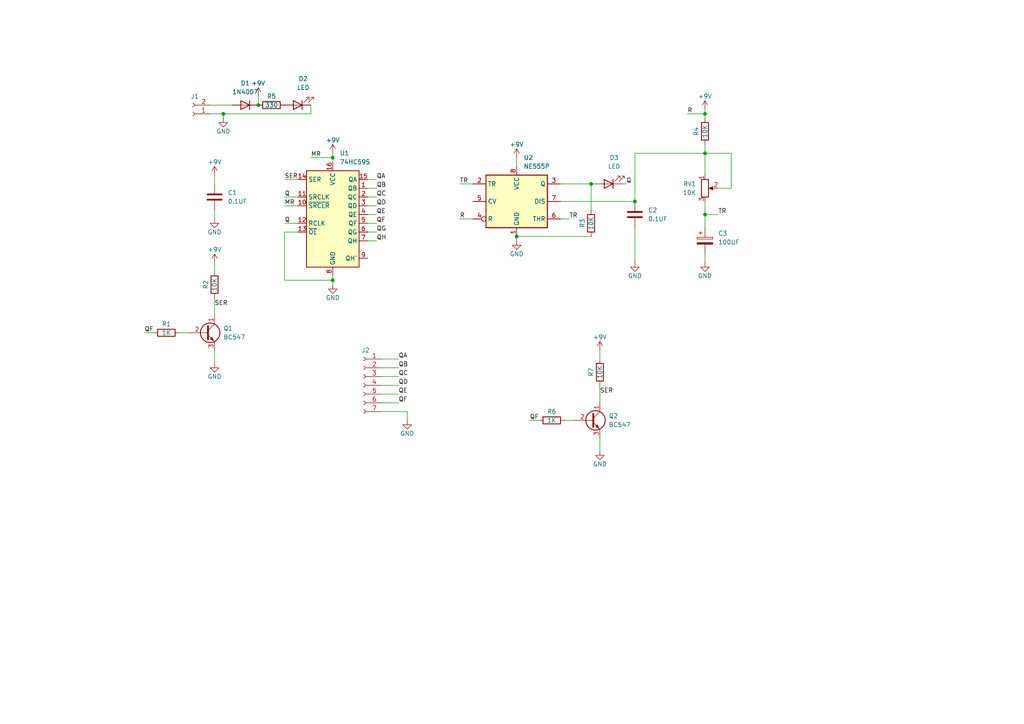
<source format=kicad_sch>
(kicad_sch
	(version 20231120)
	(generator "eeschema")
	(generator_version "8.0")
	(uuid "e63e39d7-6ac0-4ffd-8aa3-1841a4541b55")
	(paper "A4")
	(lib_symbols
		(symbol "74xx:74HC595"
			(exclude_from_sim no)
			(in_bom yes)
			(on_board yes)
			(property "Reference" "U"
				(at -7.62 13.97 0)
				(effects
					(font
						(size 1.27 1.27)
					)
				)
			)
			(property "Value" "74HC595"
				(at -7.62 -16.51 0)
				(effects
					(font
						(size 1.27 1.27)
					)
				)
			)
			(property "Footprint" ""
				(at 0 0 0)
				(effects
					(font
						(size 1.27 1.27)
					)
					(hide yes)
				)
			)
			(property "Datasheet" "http://www.ti.com/lit/ds/symlink/sn74hc595.pdf"
				(at 0 0 0)
				(effects
					(font
						(size 1.27 1.27)
					)
					(hide yes)
				)
			)
			(property "Description" "8-bit serial in/out Shift Register 3-State Outputs"
				(at 0 0 0)
				(effects
					(font
						(size 1.27 1.27)
					)
					(hide yes)
				)
			)
			(property "ki_keywords" "HCMOS SR 3State"
				(at 0 0 0)
				(effects
					(font
						(size 1.27 1.27)
					)
					(hide yes)
				)
			)
			(property "ki_fp_filters" "DIP*W7.62mm* SOIC*3.9x9.9mm*P1.27mm* TSSOP*4.4x5mm*P0.65mm* SOIC*5.3x10.2mm*P1.27mm* SOIC*7.5x10.3mm*P1.27mm*"
				(at 0 0 0)
				(effects
					(font
						(size 1.27 1.27)
					)
					(hide yes)
				)
			)
			(symbol "74HC595_1_0"
				(pin tri_state line
					(at 10.16 7.62 180)
					(length 2.54)
					(name "QB"
						(effects
							(font
								(size 1.27 1.27)
							)
						)
					)
					(number "1"
						(effects
							(font
								(size 1.27 1.27)
							)
						)
					)
				)
				(pin input line
					(at -10.16 2.54 0)
					(length 2.54)
					(name "~{SRCLR}"
						(effects
							(font
								(size 1.27 1.27)
							)
						)
					)
					(number "10"
						(effects
							(font
								(size 1.27 1.27)
							)
						)
					)
				)
				(pin input line
					(at -10.16 5.08 0)
					(length 2.54)
					(name "SRCLK"
						(effects
							(font
								(size 1.27 1.27)
							)
						)
					)
					(number "11"
						(effects
							(font
								(size 1.27 1.27)
							)
						)
					)
				)
				(pin input line
					(at -10.16 -2.54 0)
					(length 2.54)
					(name "RCLK"
						(effects
							(font
								(size 1.27 1.27)
							)
						)
					)
					(number "12"
						(effects
							(font
								(size 1.27 1.27)
							)
						)
					)
				)
				(pin input line
					(at -10.16 -5.08 0)
					(length 2.54)
					(name "~{OE}"
						(effects
							(font
								(size 1.27 1.27)
							)
						)
					)
					(number "13"
						(effects
							(font
								(size 1.27 1.27)
							)
						)
					)
				)
				(pin input line
					(at -10.16 10.16 0)
					(length 2.54)
					(name "SER"
						(effects
							(font
								(size 1.27 1.27)
							)
						)
					)
					(number "14"
						(effects
							(font
								(size 1.27 1.27)
							)
						)
					)
				)
				(pin tri_state line
					(at 10.16 10.16 180)
					(length 2.54)
					(name "QA"
						(effects
							(font
								(size 1.27 1.27)
							)
						)
					)
					(number "15"
						(effects
							(font
								(size 1.27 1.27)
							)
						)
					)
				)
				(pin power_in line
					(at 0 15.24 270)
					(length 2.54)
					(name "VCC"
						(effects
							(font
								(size 1.27 1.27)
							)
						)
					)
					(number "16"
						(effects
							(font
								(size 1.27 1.27)
							)
						)
					)
				)
				(pin tri_state line
					(at 10.16 5.08 180)
					(length 2.54)
					(name "QC"
						(effects
							(font
								(size 1.27 1.27)
							)
						)
					)
					(number "2"
						(effects
							(font
								(size 1.27 1.27)
							)
						)
					)
				)
				(pin tri_state line
					(at 10.16 2.54 180)
					(length 2.54)
					(name "QD"
						(effects
							(font
								(size 1.27 1.27)
							)
						)
					)
					(number "3"
						(effects
							(font
								(size 1.27 1.27)
							)
						)
					)
				)
				(pin tri_state line
					(at 10.16 0 180)
					(length 2.54)
					(name "QE"
						(effects
							(font
								(size 1.27 1.27)
							)
						)
					)
					(number "4"
						(effects
							(font
								(size 1.27 1.27)
							)
						)
					)
				)
				(pin tri_state line
					(at 10.16 -2.54 180)
					(length 2.54)
					(name "QF"
						(effects
							(font
								(size 1.27 1.27)
							)
						)
					)
					(number "5"
						(effects
							(font
								(size 1.27 1.27)
							)
						)
					)
				)
				(pin tri_state line
					(at 10.16 -5.08 180)
					(length 2.54)
					(name "QG"
						(effects
							(font
								(size 1.27 1.27)
							)
						)
					)
					(number "6"
						(effects
							(font
								(size 1.27 1.27)
							)
						)
					)
				)
				(pin tri_state line
					(at 10.16 -7.62 180)
					(length 2.54)
					(name "QH"
						(effects
							(font
								(size 1.27 1.27)
							)
						)
					)
					(number "7"
						(effects
							(font
								(size 1.27 1.27)
							)
						)
					)
				)
				(pin power_in line
					(at 0 -17.78 90)
					(length 2.54)
					(name "GND"
						(effects
							(font
								(size 1.27 1.27)
							)
						)
					)
					(number "8"
						(effects
							(font
								(size 1.27 1.27)
							)
						)
					)
				)
				(pin output line
					(at 10.16 -12.7 180)
					(length 2.54)
					(name "QH'"
						(effects
							(font
								(size 1.27 1.27)
							)
						)
					)
					(number "9"
						(effects
							(font
								(size 1.27 1.27)
							)
						)
					)
				)
			)
			(symbol "74HC595_1_1"
				(rectangle
					(start -7.62 12.7)
					(end 7.62 -15.24)
					(stroke
						(width 0.254)
						(type default)
					)
					(fill
						(type background)
					)
				)
			)
		)
		(symbol "Connector:Conn_01x02_Female"
			(pin_names
				(offset 1.016) hide)
			(exclude_from_sim no)
			(in_bom yes)
			(on_board yes)
			(property "Reference" "J"
				(at 0 2.54 0)
				(effects
					(font
						(size 1.27 1.27)
					)
				)
			)
			(property "Value" "Conn_01x02_Female"
				(at 0 -5.08 0)
				(effects
					(font
						(size 1.27 1.27)
					)
				)
			)
			(property "Footprint" ""
				(at 0 0 0)
				(effects
					(font
						(size 1.27 1.27)
					)
					(hide yes)
				)
			)
			(property "Datasheet" "~"
				(at 0 0 0)
				(effects
					(font
						(size 1.27 1.27)
					)
					(hide yes)
				)
			)
			(property "Description" "Generic connector, single row, 01x02, script generated (kicad-library-utils/schlib/autogen/connector/)"
				(at 0 0 0)
				(effects
					(font
						(size 1.27 1.27)
					)
					(hide yes)
				)
			)
			(property "ki_keywords" "connector"
				(at 0 0 0)
				(effects
					(font
						(size 1.27 1.27)
					)
					(hide yes)
				)
			)
			(property "ki_fp_filters" "Connector*:*_1x??_*"
				(at 0 0 0)
				(effects
					(font
						(size 1.27 1.27)
					)
					(hide yes)
				)
			)
			(symbol "Conn_01x02_Female_1_1"
				(arc
					(start 0 -2.032)
					(mid -0.5058 -2.54)
					(end 0 -3.048)
					(stroke
						(width 0.1524)
						(type default)
					)
					(fill
						(type none)
					)
				)
				(polyline
					(pts
						(xy -1.27 -2.54) (xy -0.508 -2.54)
					)
					(stroke
						(width 0.1524)
						(type default)
					)
					(fill
						(type none)
					)
				)
				(polyline
					(pts
						(xy -1.27 0) (xy -0.508 0)
					)
					(stroke
						(width 0.1524)
						(type default)
					)
					(fill
						(type none)
					)
				)
				(arc
					(start 0 0.508)
					(mid -0.5058 0)
					(end 0 -0.508)
					(stroke
						(width 0.1524)
						(type default)
					)
					(fill
						(type none)
					)
				)
				(pin passive line
					(at -5.08 0 0)
					(length 3.81)
					(name "Pin_1"
						(effects
							(font
								(size 1.27 1.27)
							)
						)
					)
					(number "1"
						(effects
							(font
								(size 1.27 1.27)
							)
						)
					)
				)
				(pin passive line
					(at -5.08 -2.54 0)
					(length 3.81)
					(name "Pin_2"
						(effects
							(font
								(size 1.27 1.27)
							)
						)
					)
					(number "2"
						(effects
							(font
								(size 1.27 1.27)
							)
						)
					)
				)
			)
		)
		(symbol "Connector:Conn_01x07_Female"
			(pin_names
				(offset 1.016) hide)
			(exclude_from_sim no)
			(in_bom yes)
			(on_board yes)
			(property "Reference" "J"
				(at 0 10.16 0)
				(effects
					(font
						(size 1.27 1.27)
					)
				)
			)
			(property "Value" "Conn_01x07_Female"
				(at 0 -10.16 0)
				(effects
					(font
						(size 1.27 1.27)
					)
				)
			)
			(property "Footprint" ""
				(at 0 0 0)
				(effects
					(font
						(size 1.27 1.27)
					)
					(hide yes)
				)
			)
			(property "Datasheet" "~"
				(at 0 0 0)
				(effects
					(font
						(size 1.27 1.27)
					)
					(hide yes)
				)
			)
			(property "Description" "Generic connector, single row, 01x07, script generated (kicad-library-utils/schlib/autogen/connector/)"
				(at 0 0 0)
				(effects
					(font
						(size 1.27 1.27)
					)
					(hide yes)
				)
			)
			(property "ki_keywords" "connector"
				(at 0 0 0)
				(effects
					(font
						(size 1.27 1.27)
					)
					(hide yes)
				)
			)
			(property "ki_fp_filters" "Connector*:*_1x??_*"
				(at 0 0 0)
				(effects
					(font
						(size 1.27 1.27)
					)
					(hide yes)
				)
			)
			(symbol "Conn_01x07_Female_1_1"
				(arc
					(start 0 -7.112)
					(mid -0.5058 -7.62)
					(end 0 -8.128)
					(stroke
						(width 0.1524)
						(type default)
					)
					(fill
						(type none)
					)
				)
				(arc
					(start 0 -4.572)
					(mid -0.5058 -5.08)
					(end 0 -5.588)
					(stroke
						(width 0.1524)
						(type default)
					)
					(fill
						(type none)
					)
				)
				(arc
					(start 0 -2.032)
					(mid -0.5058 -2.54)
					(end 0 -3.048)
					(stroke
						(width 0.1524)
						(type default)
					)
					(fill
						(type none)
					)
				)
				(polyline
					(pts
						(xy -1.27 -7.62) (xy -0.508 -7.62)
					)
					(stroke
						(width 0.1524)
						(type default)
					)
					(fill
						(type none)
					)
				)
				(polyline
					(pts
						(xy -1.27 -5.08) (xy -0.508 -5.08)
					)
					(stroke
						(width 0.1524)
						(type default)
					)
					(fill
						(type none)
					)
				)
				(polyline
					(pts
						(xy -1.27 -2.54) (xy -0.508 -2.54)
					)
					(stroke
						(width 0.1524)
						(type default)
					)
					(fill
						(type none)
					)
				)
				(polyline
					(pts
						(xy -1.27 0) (xy -0.508 0)
					)
					(stroke
						(width 0.1524)
						(type default)
					)
					(fill
						(type none)
					)
				)
				(polyline
					(pts
						(xy -1.27 2.54) (xy -0.508 2.54)
					)
					(stroke
						(width 0.1524)
						(type default)
					)
					(fill
						(type none)
					)
				)
				(polyline
					(pts
						(xy -1.27 5.08) (xy -0.508 5.08)
					)
					(stroke
						(width 0.1524)
						(type default)
					)
					(fill
						(type none)
					)
				)
				(polyline
					(pts
						(xy -1.27 7.62) (xy -0.508 7.62)
					)
					(stroke
						(width 0.1524)
						(type default)
					)
					(fill
						(type none)
					)
				)
				(arc
					(start 0 0.508)
					(mid -0.5058 0)
					(end 0 -0.508)
					(stroke
						(width 0.1524)
						(type default)
					)
					(fill
						(type none)
					)
				)
				(arc
					(start 0 3.048)
					(mid -0.5058 2.54)
					(end 0 2.032)
					(stroke
						(width 0.1524)
						(type default)
					)
					(fill
						(type none)
					)
				)
				(arc
					(start 0 5.588)
					(mid -0.5058 5.08)
					(end 0 4.572)
					(stroke
						(width 0.1524)
						(type default)
					)
					(fill
						(type none)
					)
				)
				(arc
					(start 0 8.128)
					(mid -0.5058 7.62)
					(end 0 7.112)
					(stroke
						(width 0.1524)
						(type default)
					)
					(fill
						(type none)
					)
				)
				(pin passive line
					(at -5.08 7.62 0)
					(length 3.81)
					(name "Pin_1"
						(effects
							(font
								(size 1.27 1.27)
							)
						)
					)
					(number "1"
						(effects
							(font
								(size 1.27 1.27)
							)
						)
					)
				)
				(pin passive line
					(at -5.08 5.08 0)
					(length 3.81)
					(name "Pin_2"
						(effects
							(font
								(size 1.27 1.27)
							)
						)
					)
					(number "2"
						(effects
							(font
								(size 1.27 1.27)
							)
						)
					)
				)
				(pin passive line
					(at -5.08 2.54 0)
					(length 3.81)
					(name "Pin_3"
						(effects
							(font
								(size 1.27 1.27)
							)
						)
					)
					(number "3"
						(effects
							(font
								(size 1.27 1.27)
							)
						)
					)
				)
				(pin passive line
					(at -5.08 0 0)
					(length 3.81)
					(name "Pin_4"
						(effects
							(font
								(size 1.27 1.27)
							)
						)
					)
					(number "4"
						(effects
							(font
								(size 1.27 1.27)
							)
						)
					)
				)
				(pin passive line
					(at -5.08 -2.54 0)
					(length 3.81)
					(name "Pin_5"
						(effects
							(font
								(size 1.27 1.27)
							)
						)
					)
					(number "5"
						(effects
							(font
								(size 1.27 1.27)
							)
						)
					)
				)
				(pin passive line
					(at -5.08 -5.08 0)
					(length 3.81)
					(name "Pin_6"
						(effects
							(font
								(size 1.27 1.27)
							)
						)
					)
					(number "6"
						(effects
							(font
								(size 1.27 1.27)
							)
						)
					)
				)
				(pin passive line
					(at -5.08 -7.62 0)
					(length 3.81)
					(name "Pin_7"
						(effects
							(font
								(size 1.27 1.27)
							)
						)
					)
					(number "7"
						(effects
							(font
								(size 1.27 1.27)
							)
						)
					)
				)
			)
		)
		(symbol "Device:C"
			(pin_numbers hide)
			(pin_names
				(offset 0.254)
			)
			(exclude_from_sim no)
			(in_bom yes)
			(on_board yes)
			(property "Reference" "C"
				(at 0.635 2.54 0)
				(effects
					(font
						(size 1.27 1.27)
					)
					(justify left)
				)
			)
			(property "Value" "C"
				(at 0.635 -2.54 0)
				(effects
					(font
						(size 1.27 1.27)
					)
					(justify left)
				)
			)
			(property "Footprint" ""
				(at 0.9652 -3.81 0)
				(effects
					(font
						(size 1.27 1.27)
					)
					(hide yes)
				)
			)
			(property "Datasheet" "~"
				(at 0 0 0)
				(effects
					(font
						(size 1.27 1.27)
					)
					(hide yes)
				)
			)
			(property "Description" "Unpolarized capacitor"
				(at 0 0 0)
				(effects
					(font
						(size 1.27 1.27)
					)
					(hide yes)
				)
			)
			(property "ki_keywords" "cap capacitor"
				(at 0 0 0)
				(effects
					(font
						(size 1.27 1.27)
					)
					(hide yes)
				)
			)
			(property "ki_fp_filters" "C_*"
				(at 0 0 0)
				(effects
					(font
						(size 1.27 1.27)
					)
					(hide yes)
				)
			)
			(symbol "C_0_1"
				(polyline
					(pts
						(xy -2.032 -0.762) (xy 2.032 -0.762)
					)
					(stroke
						(width 0.508)
						(type default)
					)
					(fill
						(type none)
					)
				)
				(polyline
					(pts
						(xy -2.032 0.762) (xy 2.032 0.762)
					)
					(stroke
						(width 0.508)
						(type default)
					)
					(fill
						(type none)
					)
				)
			)
			(symbol "C_1_1"
				(pin passive line
					(at 0 3.81 270)
					(length 2.794)
					(name "~"
						(effects
							(font
								(size 1.27 1.27)
							)
						)
					)
					(number "1"
						(effects
							(font
								(size 1.27 1.27)
							)
						)
					)
				)
				(pin passive line
					(at 0 -3.81 90)
					(length 2.794)
					(name "~"
						(effects
							(font
								(size 1.27 1.27)
							)
						)
					)
					(number "2"
						(effects
							(font
								(size 1.27 1.27)
							)
						)
					)
				)
			)
		)
		(symbol "Device:C_Polarized"
			(pin_numbers hide)
			(pin_names
				(offset 0.254)
			)
			(exclude_from_sim no)
			(in_bom yes)
			(on_board yes)
			(property "Reference" "C"
				(at 0.635 2.54 0)
				(effects
					(font
						(size 1.27 1.27)
					)
					(justify left)
				)
			)
			(property "Value" "C_Polarized"
				(at 0.635 -2.54 0)
				(effects
					(font
						(size 1.27 1.27)
					)
					(justify left)
				)
			)
			(property "Footprint" ""
				(at 0.9652 -3.81 0)
				(effects
					(font
						(size 1.27 1.27)
					)
					(hide yes)
				)
			)
			(property "Datasheet" "~"
				(at 0 0 0)
				(effects
					(font
						(size 1.27 1.27)
					)
					(hide yes)
				)
			)
			(property "Description" "Polarized capacitor"
				(at 0 0 0)
				(effects
					(font
						(size 1.27 1.27)
					)
					(hide yes)
				)
			)
			(property "ki_keywords" "cap capacitor"
				(at 0 0 0)
				(effects
					(font
						(size 1.27 1.27)
					)
					(hide yes)
				)
			)
			(property "ki_fp_filters" "CP_*"
				(at 0 0 0)
				(effects
					(font
						(size 1.27 1.27)
					)
					(hide yes)
				)
			)
			(symbol "C_Polarized_0_1"
				(rectangle
					(start -2.286 0.508)
					(end 2.286 1.016)
					(stroke
						(width 0)
						(type default)
					)
					(fill
						(type none)
					)
				)
				(polyline
					(pts
						(xy -1.778 2.286) (xy -0.762 2.286)
					)
					(stroke
						(width 0)
						(type default)
					)
					(fill
						(type none)
					)
				)
				(polyline
					(pts
						(xy -1.27 2.794) (xy -1.27 1.778)
					)
					(stroke
						(width 0)
						(type default)
					)
					(fill
						(type none)
					)
				)
				(rectangle
					(start 2.286 -0.508)
					(end -2.286 -1.016)
					(stroke
						(width 0)
						(type default)
					)
					(fill
						(type outline)
					)
				)
			)
			(symbol "C_Polarized_1_1"
				(pin passive line
					(at 0 3.81 270)
					(length 2.794)
					(name "~"
						(effects
							(font
								(size 1.27 1.27)
							)
						)
					)
					(number "1"
						(effects
							(font
								(size 1.27 1.27)
							)
						)
					)
				)
				(pin passive line
					(at 0 -3.81 90)
					(length 2.794)
					(name "~"
						(effects
							(font
								(size 1.27 1.27)
							)
						)
					)
					(number "2"
						(effects
							(font
								(size 1.27 1.27)
							)
						)
					)
				)
			)
		)
		(symbol "Device:LED"
			(pin_numbers hide)
			(pin_names
				(offset 1.016) hide)
			(exclude_from_sim no)
			(in_bom yes)
			(on_board yes)
			(property "Reference" "D"
				(at 0 2.54 0)
				(effects
					(font
						(size 1.27 1.27)
					)
				)
			)
			(property "Value" "LED"
				(at 0 -2.54 0)
				(effects
					(font
						(size 1.27 1.27)
					)
				)
			)
			(property "Footprint" ""
				(at 0 0 0)
				(effects
					(font
						(size 1.27 1.27)
					)
					(hide yes)
				)
			)
			(property "Datasheet" "~"
				(at 0 0 0)
				(effects
					(font
						(size 1.27 1.27)
					)
					(hide yes)
				)
			)
			(property "Description" "Light emitting diode"
				(at 0 0 0)
				(effects
					(font
						(size 1.27 1.27)
					)
					(hide yes)
				)
			)
			(property "ki_keywords" "LED diode"
				(at 0 0 0)
				(effects
					(font
						(size 1.27 1.27)
					)
					(hide yes)
				)
			)
			(property "ki_fp_filters" "LED* LED_SMD:* LED_THT:*"
				(at 0 0 0)
				(effects
					(font
						(size 1.27 1.27)
					)
					(hide yes)
				)
			)
			(symbol "LED_0_1"
				(polyline
					(pts
						(xy -1.27 -1.27) (xy -1.27 1.27)
					)
					(stroke
						(width 0.254)
						(type default)
					)
					(fill
						(type none)
					)
				)
				(polyline
					(pts
						(xy -1.27 0) (xy 1.27 0)
					)
					(stroke
						(width 0)
						(type default)
					)
					(fill
						(type none)
					)
				)
				(polyline
					(pts
						(xy 1.27 -1.27) (xy 1.27 1.27) (xy -1.27 0) (xy 1.27 -1.27)
					)
					(stroke
						(width 0.254)
						(type default)
					)
					(fill
						(type none)
					)
				)
				(polyline
					(pts
						(xy -3.048 -0.762) (xy -4.572 -2.286) (xy -3.81 -2.286) (xy -4.572 -2.286) (xy -4.572 -1.524)
					)
					(stroke
						(width 0)
						(type default)
					)
					(fill
						(type none)
					)
				)
				(polyline
					(pts
						(xy -1.778 -0.762) (xy -3.302 -2.286) (xy -2.54 -2.286) (xy -3.302 -2.286) (xy -3.302 -1.524)
					)
					(stroke
						(width 0)
						(type default)
					)
					(fill
						(type none)
					)
				)
			)
			(symbol "LED_1_1"
				(pin passive line
					(at -3.81 0 0)
					(length 2.54)
					(name "K"
						(effects
							(font
								(size 1.27 1.27)
							)
						)
					)
					(number "1"
						(effects
							(font
								(size 1.27 1.27)
							)
						)
					)
				)
				(pin passive line
					(at 3.81 0 180)
					(length 2.54)
					(name "A"
						(effects
							(font
								(size 1.27 1.27)
							)
						)
					)
					(number "2"
						(effects
							(font
								(size 1.27 1.27)
							)
						)
					)
				)
			)
		)
		(symbol "Device:R"
			(pin_numbers hide)
			(pin_names
				(offset 0)
			)
			(exclude_from_sim no)
			(in_bom yes)
			(on_board yes)
			(property "Reference" "R"
				(at 2.032 0 90)
				(effects
					(font
						(size 1.27 1.27)
					)
				)
			)
			(property "Value" "R"
				(at 0 0 90)
				(effects
					(font
						(size 1.27 1.27)
					)
				)
			)
			(property "Footprint" ""
				(at -1.778 0 90)
				(effects
					(font
						(size 1.27 1.27)
					)
					(hide yes)
				)
			)
			(property "Datasheet" "~"
				(at 0 0 0)
				(effects
					(font
						(size 1.27 1.27)
					)
					(hide yes)
				)
			)
			(property "Description" "Resistor"
				(at 0 0 0)
				(effects
					(font
						(size 1.27 1.27)
					)
					(hide yes)
				)
			)
			(property "ki_keywords" "R res resistor"
				(at 0 0 0)
				(effects
					(font
						(size 1.27 1.27)
					)
					(hide yes)
				)
			)
			(property "ki_fp_filters" "R_*"
				(at 0 0 0)
				(effects
					(font
						(size 1.27 1.27)
					)
					(hide yes)
				)
			)
			(symbol "R_0_1"
				(rectangle
					(start -1.016 -2.54)
					(end 1.016 2.54)
					(stroke
						(width 0.254)
						(type default)
					)
					(fill
						(type none)
					)
				)
			)
			(symbol "R_1_1"
				(pin passive line
					(at 0 3.81 270)
					(length 1.27)
					(name "~"
						(effects
							(font
								(size 1.27 1.27)
							)
						)
					)
					(number "1"
						(effects
							(font
								(size 1.27 1.27)
							)
						)
					)
				)
				(pin passive line
					(at 0 -3.81 90)
					(length 1.27)
					(name "~"
						(effects
							(font
								(size 1.27 1.27)
							)
						)
					)
					(number "2"
						(effects
							(font
								(size 1.27 1.27)
							)
						)
					)
				)
			)
		)
		(symbol "Device:R_Potentiometer"
			(pin_names
				(offset 1.016) hide)
			(exclude_from_sim no)
			(in_bom yes)
			(on_board yes)
			(property "Reference" "RV"
				(at -4.445 0 90)
				(effects
					(font
						(size 1.27 1.27)
					)
				)
			)
			(property "Value" "R_Potentiometer"
				(at -2.54 0 90)
				(effects
					(font
						(size 1.27 1.27)
					)
				)
			)
			(property "Footprint" ""
				(at 0 0 0)
				(effects
					(font
						(size 1.27 1.27)
					)
					(hide yes)
				)
			)
			(property "Datasheet" "~"
				(at 0 0 0)
				(effects
					(font
						(size 1.27 1.27)
					)
					(hide yes)
				)
			)
			(property "Description" "Potentiometer"
				(at 0 0 0)
				(effects
					(font
						(size 1.27 1.27)
					)
					(hide yes)
				)
			)
			(property "ki_keywords" "resistor variable"
				(at 0 0 0)
				(effects
					(font
						(size 1.27 1.27)
					)
					(hide yes)
				)
			)
			(property "ki_fp_filters" "Potentiometer*"
				(at 0 0 0)
				(effects
					(font
						(size 1.27 1.27)
					)
					(hide yes)
				)
			)
			(symbol "R_Potentiometer_0_1"
				(polyline
					(pts
						(xy 2.54 0) (xy 1.524 0)
					)
					(stroke
						(width 0)
						(type default)
					)
					(fill
						(type none)
					)
				)
				(polyline
					(pts
						(xy 1.143 0) (xy 2.286 0.508) (xy 2.286 -0.508) (xy 1.143 0)
					)
					(stroke
						(width 0)
						(type default)
					)
					(fill
						(type outline)
					)
				)
				(rectangle
					(start 1.016 2.54)
					(end -1.016 -2.54)
					(stroke
						(width 0.254)
						(type default)
					)
					(fill
						(type none)
					)
				)
			)
			(symbol "R_Potentiometer_1_1"
				(pin passive line
					(at 0 3.81 270)
					(length 1.27)
					(name "1"
						(effects
							(font
								(size 1.27 1.27)
							)
						)
					)
					(number "1"
						(effects
							(font
								(size 1.27 1.27)
							)
						)
					)
				)
				(pin passive line
					(at 3.81 0 180)
					(length 1.27)
					(name "2"
						(effects
							(font
								(size 1.27 1.27)
							)
						)
					)
					(number "2"
						(effects
							(font
								(size 1.27 1.27)
							)
						)
					)
				)
				(pin passive line
					(at 0 -3.81 90)
					(length 1.27)
					(name "3"
						(effects
							(font
								(size 1.27 1.27)
							)
						)
					)
					(number "3"
						(effects
							(font
								(size 1.27 1.27)
							)
						)
					)
				)
			)
		)
		(symbol "Diode:1N4007"
			(pin_numbers hide)
			(pin_names
				(offset 1.016) hide)
			(exclude_from_sim no)
			(in_bom yes)
			(on_board yes)
			(property "Reference" "D"
				(at 0 2.54 0)
				(effects
					(font
						(size 1.27 1.27)
					)
				)
			)
			(property "Value" "1N4007"
				(at 0 -2.54 0)
				(effects
					(font
						(size 1.27 1.27)
					)
				)
			)
			(property "Footprint" "Diode_THT:D_DO-41_SOD81_P10.16mm_Horizontal"
				(at 0 -4.445 0)
				(effects
					(font
						(size 1.27 1.27)
					)
					(hide yes)
				)
			)
			(property "Datasheet" "http://www.vishay.com/docs/88503/1n4001.pdf"
				(at 0 0 0)
				(effects
					(font
						(size 1.27 1.27)
					)
					(hide yes)
				)
			)
			(property "Description" "1000V 1A General Purpose Rectifier Diode, DO-41"
				(at 0 0 0)
				(effects
					(font
						(size 1.27 1.27)
					)
					(hide yes)
				)
			)
			(property "ki_keywords" "diode"
				(at 0 0 0)
				(effects
					(font
						(size 1.27 1.27)
					)
					(hide yes)
				)
			)
			(property "ki_fp_filters" "D*DO?41*"
				(at 0 0 0)
				(effects
					(font
						(size 1.27 1.27)
					)
					(hide yes)
				)
			)
			(symbol "1N4007_0_1"
				(polyline
					(pts
						(xy -1.27 1.27) (xy -1.27 -1.27)
					)
					(stroke
						(width 0.254)
						(type default)
					)
					(fill
						(type none)
					)
				)
				(polyline
					(pts
						(xy 1.27 0) (xy -1.27 0)
					)
					(stroke
						(width 0)
						(type default)
					)
					(fill
						(type none)
					)
				)
				(polyline
					(pts
						(xy 1.27 1.27) (xy 1.27 -1.27) (xy -1.27 0) (xy 1.27 1.27)
					)
					(stroke
						(width 0.254)
						(type default)
					)
					(fill
						(type none)
					)
				)
			)
			(symbol "1N4007_1_1"
				(pin passive line
					(at -3.81 0 0)
					(length 2.54)
					(name "K"
						(effects
							(font
								(size 1.27 1.27)
							)
						)
					)
					(number "1"
						(effects
							(font
								(size 1.27 1.27)
							)
						)
					)
				)
				(pin passive line
					(at 3.81 0 180)
					(length 2.54)
					(name "A"
						(effects
							(font
								(size 1.27 1.27)
							)
						)
					)
					(number "2"
						(effects
							(font
								(size 1.27 1.27)
							)
						)
					)
				)
			)
		)
		(symbol "Timer:NE555P"
			(exclude_from_sim no)
			(in_bom yes)
			(on_board yes)
			(property "Reference" "U"
				(at -10.16 8.89 0)
				(effects
					(font
						(size 1.27 1.27)
					)
					(justify left)
				)
			)
			(property "Value" "NE555P"
				(at 2.54 8.89 0)
				(effects
					(font
						(size 1.27 1.27)
					)
					(justify left)
				)
			)
			(property "Footprint" "Package_DIP:DIP-8_W7.62mm"
				(at 16.51 -10.16 0)
				(effects
					(font
						(size 1.27 1.27)
					)
					(hide yes)
				)
			)
			(property "Datasheet" "http://www.ti.com/lit/ds/symlink/ne555.pdf"
				(at 21.59 -10.16 0)
				(effects
					(font
						(size 1.27 1.27)
					)
					(hide yes)
				)
			)
			(property "Description" "Precision Timers, 555 compatible,  PDIP-8"
				(at 0 0 0)
				(effects
					(font
						(size 1.27 1.27)
					)
					(hide yes)
				)
			)
			(property "ki_keywords" "single timer 555"
				(at 0 0 0)
				(effects
					(font
						(size 1.27 1.27)
					)
					(hide yes)
				)
			)
			(property "ki_fp_filters" "DIP*W7.62mm*"
				(at 0 0 0)
				(effects
					(font
						(size 1.27 1.27)
					)
					(hide yes)
				)
			)
			(symbol "NE555P_0_0"
				(pin power_in line
					(at 0 -10.16 90)
					(length 2.54)
					(name "GND"
						(effects
							(font
								(size 1.27 1.27)
							)
						)
					)
					(number "1"
						(effects
							(font
								(size 1.27 1.27)
							)
						)
					)
				)
				(pin power_in line
					(at 0 10.16 270)
					(length 2.54)
					(name "VCC"
						(effects
							(font
								(size 1.27 1.27)
							)
						)
					)
					(number "8"
						(effects
							(font
								(size 1.27 1.27)
							)
						)
					)
				)
			)
			(symbol "NE555P_0_1"
				(rectangle
					(start -8.89 -7.62)
					(end 8.89 7.62)
					(stroke
						(width 0.254)
						(type default)
					)
					(fill
						(type background)
					)
				)
				(rectangle
					(start -8.89 -7.62)
					(end 8.89 7.62)
					(stroke
						(width 0.254)
						(type default)
					)
					(fill
						(type background)
					)
				)
			)
			(symbol "NE555P_1_1"
				(pin input line
					(at -12.7 5.08 0)
					(length 3.81)
					(name "TR"
						(effects
							(font
								(size 1.27 1.27)
							)
						)
					)
					(number "2"
						(effects
							(font
								(size 1.27 1.27)
							)
						)
					)
				)
				(pin output line
					(at 12.7 5.08 180)
					(length 3.81)
					(name "Q"
						(effects
							(font
								(size 1.27 1.27)
							)
						)
					)
					(number "3"
						(effects
							(font
								(size 1.27 1.27)
							)
						)
					)
				)
				(pin input inverted
					(at -12.7 -5.08 0)
					(length 3.81)
					(name "R"
						(effects
							(font
								(size 1.27 1.27)
							)
						)
					)
					(number "4"
						(effects
							(font
								(size 1.27 1.27)
							)
						)
					)
				)
				(pin input line
					(at -12.7 0 0)
					(length 3.81)
					(name "CV"
						(effects
							(font
								(size 1.27 1.27)
							)
						)
					)
					(number "5"
						(effects
							(font
								(size 1.27 1.27)
							)
						)
					)
				)
				(pin input line
					(at 12.7 -5.08 180)
					(length 3.81)
					(name "THR"
						(effects
							(font
								(size 1.27 1.27)
							)
						)
					)
					(number "6"
						(effects
							(font
								(size 1.27 1.27)
							)
						)
					)
				)
				(pin input line
					(at 12.7 0 180)
					(length 3.81)
					(name "DIS"
						(effects
							(font
								(size 1.27 1.27)
							)
						)
					)
					(number "7"
						(effects
							(font
								(size 1.27 1.27)
							)
						)
					)
				)
			)
		)
		(symbol "Transistor_BJT:BC547"
			(pin_names
				(offset 0) hide)
			(exclude_from_sim no)
			(in_bom yes)
			(on_board yes)
			(property "Reference" "Q"
				(at 5.08 1.905 0)
				(effects
					(font
						(size 1.27 1.27)
					)
					(justify left)
				)
			)
			(property "Value" "BC547"
				(at 5.08 0 0)
				(effects
					(font
						(size 1.27 1.27)
					)
					(justify left)
				)
			)
			(property "Footprint" "Package_TO_SOT_THT:TO-92_Inline"
				(at 5.08 -1.905 0)
				(effects
					(font
						(size 1.27 1.27)
						(italic yes)
					)
					(justify left)
					(hide yes)
				)
			)
			(property "Datasheet" "https://www.onsemi.com/pub/Collateral/BC550-D.pdf"
				(at 0 0 0)
				(effects
					(font
						(size 1.27 1.27)
					)
					(justify left)
					(hide yes)
				)
			)
			(property "Description" "0.1A Ic, 45V Vce, Small Signal NPN Transistor, TO-92"
				(at 0 0 0)
				(effects
					(font
						(size 1.27 1.27)
					)
					(hide yes)
				)
			)
			(property "ki_keywords" "NPN Transistor"
				(at 0 0 0)
				(effects
					(font
						(size 1.27 1.27)
					)
					(hide yes)
				)
			)
			(property "ki_fp_filters" "TO?92*"
				(at 0 0 0)
				(effects
					(font
						(size 1.27 1.27)
					)
					(hide yes)
				)
			)
			(symbol "BC547_0_1"
				(polyline
					(pts
						(xy 0 0) (xy 0.635 0)
					)
					(stroke
						(width 0)
						(type default)
					)
					(fill
						(type none)
					)
				)
				(polyline
					(pts
						(xy 0.635 0.635) (xy 2.54 2.54)
					)
					(stroke
						(width 0)
						(type default)
					)
					(fill
						(type none)
					)
				)
				(polyline
					(pts
						(xy 0.635 -0.635) (xy 2.54 -2.54) (xy 2.54 -2.54)
					)
					(stroke
						(width 0)
						(type default)
					)
					(fill
						(type none)
					)
				)
				(polyline
					(pts
						(xy 0.635 1.905) (xy 0.635 -1.905) (xy 0.635 -1.905)
					)
					(stroke
						(width 0.508)
						(type default)
					)
					(fill
						(type none)
					)
				)
				(polyline
					(pts
						(xy 1.27 -1.778) (xy 1.778 -1.27) (xy 2.286 -2.286) (xy 1.27 -1.778) (xy 1.27 -1.778)
					)
					(stroke
						(width 0)
						(type default)
					)
					(fill
						(type outline)
					)
				)
				(circle
					(center 1.27 0)
					(radius 2.8194)
					(stroke
						(width 0.254)
						(type default)
					)
					(fill
						(type none)
					)
				)
			)
			(symbol "BC547_1_1"
				(pin passive line
					(at 2.54 5.08 270)
					(length 2.54)
					(name "C"
						(effects
							(font
								(size 1.27 1.27)
							)
						)
					)
					(number "1"
						(effects
							(font
								(size 1.27 1.27)
							)
						)
					)
				)
				(pin input line
					(at -5.08 0 0)
					(length 5.08)
					(name "B"
						(effects
							(font
								(size 1.27 1.27)
							)
						)
					)
					(number "2"
						(effects
							(font
								(size 1.27 1.27)
							)
						)
					)
				)
				(pin passive line
					(at 2.54 -5.08 90)
					(length 2.54)
					(name "E"
						(effects
							(font
								(size 1.27 1.27)
							)
						)
					)
					(number "3"
						(effects
							(font
								(size 1.27 1.27)
							)
						)
					)
				)
			)
		)
		(symbol "power:+9V"
			(power)
			(pin_names
				(offset 0)
			)
			(exclude_from_sim no)
			(in_bom yes)
			(on_board yes)
			(property "Reference" "#PWR"
				(at 0 -3.81 0)
				(effects
					(font
						(size 1.27 1.27)
					)
					(hide yes)
				)
			)
			(property "Value" "+9V"
				(at 0 3.556 0)
				(effects
					(font
						(size 1.27 1.27)
					)
				)
			)
			(property "Footprint" ""
				(at 0 0 0)
				(effects
					(font
						(size 1.27 1.27)
					)
					(hide yes)
				)
			)
			(property "Datasheet" ""
				(at 0 0 0)
				(effects
					(font
						(size 1.27 1.27)
					)
					(hide yes)
				)
			)
			(property "Description" "Power symbol creates a global label with name \"+9V\""
				(at 0 0 0)
				(effects
					(font
						(size 1.27 1.27)
					)
					(hide yes)
				)
			)
			(property "ki_keywords" "power-flag"
				(at 0 0 0)
				(effects
					(font
						(size 1.27 1.27)
					)
					(hide yes)
				)
			)
			(symbol "+9V_0_1"
				(polyline
					(pts
						(xy -0.762 1.27) (xy 0 2.54)
					)
					(stroke
						(width 0)
						(type default)
					)
					(fill
						(type none)
					)
				)
				(polyline
					(pts
						(xy 0 0) (xy 0 2.54)
					)
					(stroke
						(width 0)
						(type default)
					)
					(fill
						(type none)
					)
				)
				(polyline
					(pts
						(xy 0 2.54) (xy 0.762 1.27)
					)
					(stroke
						(width 0)
						(type default)
					)
					(fill
						(type none)
					)
				)
			)
			(symbol "+9V_1_1"
				(pin power_in line
					(at 0 0 90)
					(length 0) hide
					(name "+9V"
						(effects
							(font
								(size 1.27 1.27)
							)
						)
					)
					(number "1"
						(effects
							(font
								(size 1.27 1.27)
							)
						)
					)
				)
			)
		)
		(symbol "power:GND"
			(power)
			(pin_names
				(offset 0)
			)
			(exclude_from_sim no)
			(in_bom yes)
			(on_board yes)
			(property "Reference" "#PWR"
				(at 0 -6.35 0)
				(effects
					(font
						(size 1.27 1.27)
					)
					(hide yes)
				)
			)
			(property "Value" "GND"
				(at 0 -3.81 0)
				(effects
					(font
						(size 1.27 1.27)
					)
				)
			)
			(property "Footprint" ""
				(at 0 0 0)
				(effects
					(font
						(size 1.27 1.27)
					)
					(hide yes)
				)
			)
			(property "Datasheet" ""
				(at 0 0 0)
				(effects
					(font
						(size 1.27 1.27)
					)
					(hide yes)
				)
			)
			(property "Description" "Power symbol creates a global label with name \"GND\" , ground"
				(at 0 0 0)
				(effects
					(font
						(size 1.27 1.27)
					)
					(hide yes)
				)
			)
			(property "ki_keywords" "power-flag"
				(at 0 0 0)
				(effects
					(font
						(size 1.27 1.27)
					)
					(hide yes)
				)
			)
			(symbol "GND_0_1"
				(polyline
					(pts
						(xy 0 0) (xy 0 -1.27) (xy 1.27 -1.27) (xy 0 -2.54) (xy -1.27 -1.27) (xy 0 -1.27)
					)
					(stroke
						(width 0)
						(type default)
					)
					(fill
						(type none)
					)
				)
			)
			(symbol "GND_1_1"
				(pin power_in line
					(at 0 0 270)
					(length 0) hide
					(name "GND"
						(effects
							(font
								(size 1.27 1.27)
							)
						)
					)
					(number "1"
						(effects
							(font
								(size 1.27 1.27)
							)
						)
					)
				)
			)
		)
	)
	(junction
		(at 204.47 33.02)
		(diameter 0)
		(color 0 0 0 0)
		(uuid "15f0571f-1509-49d3-9788-735e8bda103b")
	)
	(junction
		(at 96.52 45.72)
		(diameter 0)
		(color 0 0 0 0)
		(uuid "2b0c4afa-2947-4e35-a230-d7151a0f505f")
	)
	(junction
		(at 184.15 58.42)
		(diameter 0)
		(color 0 0 0 0)
		(uuid "33d31fc4-396b-4975-8d74-9eaf15038e84")
	)
	(junction
		(at 64.77 33.02)
		(diameter 0)
		(color 0 0 0 0)
		(uuid "81cd7989-43da-4ca5-b07b-0513bbb6ffcb")
	)
	(junction
		(at 204.47 62.23)
		(diameter 0)
		(color 0 0 0 0)
		(uuid "8628bbee-b37c-4e39-8774-81f4144893f6")
	)
	(junction
		(at 171.45 53.34)
		(diameter 0)
		(color 0 0 0 0)
		(uuid "bd872d6b-9435-41b5-ac58-3b8f6641fb22")
	)
	(junction
		(at 74.93 30.48)
		(diameter 0)
		(color 0 0 0 0)
		(uuid "cd565996-633c-43d3-9d6b-1b855faec59b")
	)
	(junction
		(at 96.52 81.28)
		(diameter 0)
		(color 0 0 0 0)
		(uuid "d1d3dd10-f15a-4983-befd-8598b735a6f9")
	)
	(junction
		(at 204.47 44.45)
		(diameter 0)
		(color 0 0 0 0)
		(uuid "d6bbac05-4160-414b-af36-a3f5d52a790b")
	)
	(junction
		(at 149.86 68.58)
		(diameter 0)
		(color 0 0 0 0)
		(uuid "fc478f3f-18b9-415e-8ce2-72142d4896f6")
	)
	(wire
		(pts
			(xy 82.55 52.07) (xy 86.36 52.07)
		)
		(stroke
			(width 0)
			(type default)
		)
		(uuid "0092294e-76ae-48fa-ba1f-92995a25663e")
	)
	(wire
		(pts
			(xy 96.52 80.01) (xy 96.52 81.28)
		)
		(stroke
			(width 0)
			(type default)
		)
		(uuid "00d61592-981c-4269-9b6f-c6e995105a07")
	)
	(wire
		(pts
			(xy 118.11 119.38) (xy 118.11 121.92)
		)
		(stroke
			(width 0)
			(type default)
		)
		(uuid "00ea1f5f-5ed1-41f7-91b9-c1bcfc0b5bd0")
	)
	(wire
		(pts
			(xy 106.68 69.85) (xy 109.22 69.85)
		)
		(stroke
			(width 0)
			(type default)
		)
		(uuid "058f45a1-dd8e-4168-b397-fb3e1bc2348f")
	)
	(wire
		(pts
			(xy 96.52 81.28) (xy 96.52 82.55)
		)
		(stroke
			(width 0)
			(type default)
		)
		(uuid "078c6649-acaf-4d6c-b0e8-42ea55e0a37b")
	)
	(wire
		(pts
			(xy 133.35 53.34) (xy 137.16 53.34)
		)
		(stroke
			(width 0)
			(type default)
		)
		(uuid "0dee7dc7-28b8-43a0-982f-9fa20c03186e")
	)
	(wire
		(pts
			(xy 106.68 57.15) (xy 109.22 57.15)
		)
		(stroke
			(width 0)
			(type default)
		)
		(uuid "10e8bcf6-1e57-46ca-aeeb-63240249954b")
	)
	(wire
		(pts
			(xy 149.86 45.72) (xy 149.86 48.26)
		)
		(stroke
			(width 0)
			(type default)
		)
		(uuid "182a0d45-e08e-4085-bf5e-bd9faa748bd7")
	)
	(wire
		(pts
			(xy 106.68 67.31) (xy 109.22 67.31)
		)
		(stroke
			(width 0)
			(type default)
		)
		(uuid "22e3c59c-b0c7-47c4-8072-845a74a60838")
	)
	(wire
		(pts
			(xy 82.55 57.15) (xy 86.36 57.15)
		)
		(stroke
			(width 0)
			(type default)
		)
		(uuid "25633669-33d4-4ad7-afef-c15974a710c7")
	)
	(wire
		(pts
			(xy 204.47 73.66) (xy 204.47 76.2)
		)
		(stroke
			(width 0)
			(type default)
		)
		(uuid "26674e87-fc36-4f0d-aba0-a637828d0e7a")
	)
	(wire
		(pts
			(xy 133.35 63.5) (xy 137.16 63.5)
		)
		(stroke
			(width 0)
			(type default)
		)
		(uuid "28950cb8-87a6-4a05-9f7e-f9fdd3a735d3")
	)
	(wire
		(pts
			(xy 62.23 76.2) (xy 62.23 78.74)
		)
		(stroke
			(width 0)
			(type default)
		)
		(uuid "2aa5a918-d8f5-4632-827b-80f38ca5577e")
	)
	(wire
		(pts
			(xy 184.15 66.04) (xy 184.15 76.2)
		)
		(stroke
			(width 0)
			(type default)
		)
		(uuid "2af5baaf-b13c-4fc1-971b-4e3b37ddff60")
	)
	(wire
		(pts
			(xy 212.09 44.45) (xy 204.47 44.45)
		)
		(stroke
			(width 0)
			(type default)
		)
		(uuid "2fadc8ee-6079-43cb-8159-b602008543f0")
	)
	(wire
		(pts
			(xy 173.99 127) (xy 173.99 130.81)
		)
		(stroke
			(width 0)
			(type default)
		)
		(uuid "314d6263-4f7f-4e7c-87da-faab6b92b9fd")
	)
	(wire
		(pts
			(xy 82.55 81.28) (xy 96.52 81.28)
		)
		(stroke
			(width 0)
			(type default)
		)
		(uuid "32552e39-cd00-4c1d-895c-c8dca6de4a7d")
	)
	(wire
		(pts
			(xy 153.67 121.92) (xy 156.21 121.92)
		)
		(stroke
			(width 0)
			(type default)
		)
		(uuid "3352c96f-6a5a-4a80-a9cf-f47ae240d2c1")
	)
	(wire
		(pts
			(xy 82.55 64.77) (xy 86.36 64.77)
		)
		(stroke
			(width 0)
			(type default)
		)
		(uuid "35f74883-d885-4204-afba-ceb50cd7970d")
	)
	(wire
		(pts
			(xy 204.47 58.42) (xy 204.47 62.23)
		)
		(stroke
			(width 0)
			(type default)
		)
		(uuid "3a0c2a47-ea8a-493b-8461-24e5d7cac727")
	)
	(wire
		(pts
			(xy 96.52 45.72) (xy 96.52 46.99)
		)
		(stroke
			(width 0)
			(type default)
		)
		(uuid "3d385df1-a094-45da-b55c-bcb7e1c3fbf8")
	)
	(wire
		(pts
			(xy 204.47 62.23) (xy 208.28 62.23)
		)
		(stroke
			(width 0)
			(type default)
		)
		(uuid "406f7bc0-5560-471d-af1e-c6e833e67a8d")
	)
	(wire
		(pts
			(xy 110.49 119.38) (xy 118.11 119.38)
		)
		(stroke
			(width 0)
			(type default)
		)
		(uuid "493efdb5-4daa-4ee3-8f03-a0657dbad8cf")
	)
	(wire
		(pts
			(xy 106.68 54.61) (xy 109.22 54.61)
		)
		(stroke
			(width 0)
			(type default)
		)
		(uuid "4b8ef4da-532c-4db7-a9b4-ae615c7a29ef")
	)
	(wire
		(pts
			(xy 62.23 60.96) (xy 62.23 63.5)
		)
		(stroke
			(width 0)
			(type default)
		)
		(uuid "4c07a780-c251-4cd6-8ac2-b2f9ba642740")
	)
	(wire
		(pts
			(xy 52.07 96.52) (xy 54.61 96.52)
		)
		(stroke
			(width 0)
			(type default)
		)
		(uuid "4d281422-a807-47fa-89f3-3e7319bfa4c2")
	)
	(wire
		(pts
			(xy 82.55 59.69) (xy 86.36 59.69)
		)
		(stroke
			(width 0)
			(type default)
		)
		(uuid "5352af5b-ce97-4715-99a1-8b6f0bf23b2a")
	)
	(wire
		(pts
			(xy 106.68 59.69) (xy 109.22 59.69)
		)
		(stroke
			(width 0)
			(type default)
		)
		(uuid "576278ae-2c28-405d-86cf-d0150fa6dab4")
	)
	(wire
		(pts
			(xy 149.86 68.58) (xy 149.86 69.85)
		)
		(stroke
			(width 0)
			(type default)
		)
		(uuid "580ec9aa-7868-4157-a1fa-b865c39776b8")
	)
	(wire
		(pts
			(xy 184.15 44.45) (xy 204.47 44.45)
		)
		(stroke
			(width 0)
			(type default)
		)
		(uuid "5b58f3c4-bca1-4ca4-a813-9bc7d4285193")
	)
	(wire
		(pts
			(xy 82.55 67.31) (xy 86.36 67.31)
		)
		(stroke
			(width 0)
			(type default)
		)
		(uuid "5bb1a2e9-da21-4b46-b896-099d4b9cb656")
	)
	(wire
		(pts
			(xy 90.17 30.48) (xy 90.17 33.02)
		)
		(stroke
			(width 0)
			(type default)
		)
		(uuid "5bcf4353-4567-4830-8b60-ce7349e93af3")
	)
	(wire
		(pts
			(xy 199.39 33.02) (xy 204.47 33.02)
		)
		(stroke
			(width 0)
			(type default)
		)
		(uuid "5d946c0f-f5c0-4974-8bdb-6a1af37d68c8")
	)
	(wire
		(pts
			(xy 110.49 116.84) (xy 115.57 116.84)
		)
		(stroke
			(width 0)
			(type default)
		)
		(uuid "5e7434f4-731e-4b81-b192-1b565e5329f8")
	)
	(wire
		(pts
			(xy 110.49 106.68) (xy 115.57 106.68)
		)
		(stroke
			(width 0)
			(type default)
		)
		(uuid "5e991353-b7a5-4c15-9aae-d62de8a0e1a3")
	)
	(wire
		(pts
			(xy 162.56 63.5) (xy 165.1 63.5)
		)
		(stroke
			(width 0)
			(type default)
		)
		(uuid "6059d0a5-8f2e-4469-8b35-44ad1abe6ebf")
	)
	(wire
		(pts
			(xy 204.47 31.75) (xy 204.47 33.02)
		)
		(stroke
			(width 0)
			(type default)
		)
		(uuid "6095a5be-793c-4e16-aab2-88ab5abd33dd")
	)
	(wire
		(pts
			(xy 106.68 64.77) (xy 109.22 64.77)
		)
		(stroke
			(width 0)
			(type default)
		)
		(uuid "66f0428d-5d42-4a2b-bd34-e3c56deaabd4")
	)
	(wire
		(pts
			(xy 162.56 58.42) (xy 184.15 58.42)
		)
		(stroke
			(width 0)
			(type default)
		)
		(uuid "699a1a9b-78ff-4bf3-a348-d15fb3346e0d")
	)
	(wire
		(pts
			(xy 173.99 101.6) (xy 173.99 104.14)
		)
		(stroke
			(width 0)
			(type default)
		)
		(uuid "6ca46db9-aea0-4a76-9d9c-089f03fbb034")
	)
	(wire
		(pts
			(xy 204.47 33.02) (xy 204.47 34.29)
		)
		(stroke
			(width 0)
			(type default)
		)
		(uuid "6ded887c-c9bf-4101-b41f-52c8a97eee3b")
	)
	(wire
		(pts
			(xy 60.96 30.48) (xy 67.31 30.48)
		)
		(stroke
			(width 0)
			(type default)
		)
		(uuid "714688cd-e87f-486d-b10f-7f06464e8494")
	)
	(wire
		(pts
			(xy 110.49 114.3) (xy 115.57 114.3)
		)
		(stroke
			(width 0)
			(type default)
		)
		(uuid "72b9c7ac-e6a3-4bb6-8bb5-60b67975d365")
	)
	(wire
		(pts
			(xy 110.49 111.76) (xy 115.57 111.76)
		)
		(stroke
			(width 0)
			(type default)
		)
		(uuid "7b8b43b6-4cf1-46be-94d3-e80cd8fff0c6")
	)
	(wire
		(pts
			(xy 208.28 54.61) (xy 212.09 54.61)
		)
		(stroke
			(width 0)
			(type default)
		)
		(uuid "814ac862-0212-4cdb-973d-90ee30840b05")
	)
	(wire
		(pts
			(xy 172.72 53.34) (xy 171.45 53.34)
		)
		(stroke
			(width 0)
			(type default)
		)
		(uuid "86f2d93b-824a-4298-88b1-817d9b59caf6")
	)
	(wire
		(pts
			(xy 204.47 44.45) (xy 204.47 50.8)
		)
		(stroke
			(width 0)
			(type default)
		)
		(uuid "87f7a60a-30fa-4fa6-ad43-c48eba796ff0")
	)
	(wire
		(pts
			(xy 62.23 86.36) (xy 62.23 91.44)
		)
		(stroke
			(width 0)
			(type default)
		)
		(uuid "8811265f-1c0a-4677-b959-ba53bd7f0637")
	)
	(wire
		(pts
			(xy 162.56 53.34) (xy 171.45 53.34)
		)
		(stroke
			(width 0)
			(type default)
		)
		(uuid "8db0e266-05a5-40ee-9c59-ba8876177dc4")
	)
	(wire
		(pts
			(xy 64.77 33.02) (xy 90.17 33.02)
		)
		(stroke
			(width 0)
			(type default)
		)
		(uuid "8f71a9d1-3131-4fdd-b506-cf1f6b0b7c53")
	)
	(wire
		(pts
			(xy 110.49 104.14) (xy 115.57 104.14)
		)
		(stroke
			(width 0)
			(type default)
		)
		(uuid "92a6415f-cdd6-4513-8cfe-6c1b1fc7d7ab")
	)
	(wire
		(pts
			(xy 64.77 33.02) (xy 60.96 33.02)
		)
		(stroke
			(width 0)
			(type default)
		)
		(uuid "99370b46-e6f5-4624-a3bb-9b97381646f0")
	)
	(wire
		(pts
			(xy 96.52 44.45) (xy 96.52 45.72)
		)
		(stroke
			(width 0)
			(type default)
		)
		(uuid "9a090cd1-9a1f-40c8-8d2e-7dae60740218")
	)
	(wire
		(pts
			(xy 90.17 45.72) (xy 96.52 45.72)
		)
		(stroke
			(width 0)
			(type default)
		)
		(uuid "9dc2b4cd-1734-44dc-8ab4-0650fef557bb")
	)
	(wire
		(pts
			(xy 62.23 101.6) (xy 62.23 105.41)
		)
		(stroke
			(width 0)
			(type default)
		)
		(uuid "a3b6f0fd-babb-4bb1-bac6-de77658ca82f")
	)
	(wire
		(pts
			(xy 180.34 53.34) (xy 181.61 53.34)
		)
		(stroke
			(width 0)
			(type default)
		)
		(uuid "a4cbebaa-84f2-41c8-8670-3407794549ce")
	)
	(wire
		(pts
			(xy 64.77 34.29) (xy 64.77 33.02)
		)
		(stroke
			(width 0)
			(type default)
		)
		(uuid "b3a878f7-4879-4469-9cd4-406a75c62499")
	)
	(wire
		(pts
			(xy 163.83 121.92) (xy 166.37 121.92)
		)
		(stroke
			(width 0)
			(type default)
		)
		(uuid "b517af18-1056-464e-b69a-35de00855f97")
	)
	(wire
		(pts
			(xy 106.68 62.23) (xy 109.22 62.23)
		)
		(stroke
			(width 0)
			(type default)
		)
		(uuid "c208cb56-4827-4733-a0a4-6c4a5b8a3ce5")
	)
	(wire
		(pts
			(xy 106.68 52.07) (xy 109.22 52.07)
		)
		(stroke
			(width 0)
			(type default)
		)
		(uuid "c41fb2d3-8a93-40fd-9139-43c7b9485817")
	)
	(wire
		(pts
			(xy 74.93 27.94) (xy 74.93 30.48)
		)
		(stroke
			(width 0)
			(type default)
		)
		(uuid "c647d4fb-ace1-4a85-9367-3fabd142dcb1")
	)
	(wire
		(pts
			(xy 171.45 60.96) (xy 171.45 53.34)
		)
		(stroke
			(width 0)
			(type default)
		)
		(uuid "c7bd8952-3d0a-4623-a616-2499e59305f6")
	)
	(wire
		(pts
			(xy 184.15 58.42) (xy 184.15 44.45)
		)
		(stroke
			(width 0)
			(type default)
		)
		(uuid "c86f3af6-7ec1-4aa7-8be6-1c9769d51589")
	)
	(wire
		(pts
			(xy 110.49 109.22) (xy 115.57 109.22)
		)
		(stroke
			(width 0)
			(type default)
		)
		(uuid "cac74a11-0def-48a7-9308-21635dc52682")
	)
	(wire
		(pts
			(xy 41.91 96.52) (xy 44.45 96.52)
		)
		(stroke
			(width 0)
			(type default)
		)
		(uuid "cc2fc2ee-3197-4b60-85f3-93c407390083")
	)
	(wire
		(pts
			(xy 62.23 50.8) (xy 62.23 53.34)
		)
		(stroke
			(width 0)
			(type default)
		)
		(uuid "ce2b2dc2-25ee-4ae8-8cfc-1082cab208e8")
	)
	(wire
		(pts
			(xy 204.47 41.91) (xy 204.47 44.45)
		)
		(stroke
			(width 0)
			(type default)
		)
		(uuid "d2ada02a-76e5-44fa-a081-8c0126014f12")
	)
	(wire
		(pts
			(xy 149.86 68.58) (xy 171.45 68.58)
		)
		(stroke
			(width 0)
			(type default)
		)
		(uuid "d3657b2b-4e76-42df-9926-dfe141ed2758")
	)
	(wire
		(pts
			(xy 212.09 54.61) (xy 212.09 44.45)
		)
		(stroke
			(width 0)
			(type default)
		)
		(uuid "db7523fa-7b0d-4e03-b42a-8351ee1e2906")
	)
	(wire
		(pts
			(xy 173.99 111.76) (xy 173.99 116.84)
		)
		(stroke
			(width 0)
			(type default)
		)
		(uuid "db9bef86-6eb4-4128-b340-ccdbe11429d0")
	)
	(wire
		(pts
			(xy 82.55 67.31) (xy 82.55 81.28)
		)
		(stroke
			(width 0)
			(type default)
		)
		(uuid "ddedca5c-3806-42f8-9caa-70fbb4b004b8")
	)
	(wire
		(pts
			(xy 204.47 62.23) (xy 204.47 66.04)
		)
		(stroke
			(width 0)
			(type default)
		)
		(uuid "f1c01991-3283-42fc-a3cf-790a782263a4")
	)
	(label "QB"
		(at 115.57 106.68 0)
		(fields_autoplaced yes)
		(effects
			(font
				(size 1.27 1.27)
			)
			(justify left bottom)
		)
		(uuid "03613f9f-ef65-4232-812f-83b4c6db0d47")
	)
	(label "QH"
		(at 109.22 69.85 0)
		(fields_autoplaced yes)
		(effects
			(font
				(size 1.27 1.27)
			)
			(justify left bottom)
		)
		(uuid "0edef41d-0d73-4adf-8257-f364e3a9253f")
	)
	(label "R"
		(at 133.35 63.5 0)
		(fields_autoplaced yes)
		(effects
			(font
				(size 1.27 1.27)
			)
			(justify left bottom)
		)
		(uuid "10798327-0d99-4bcd-992e-26c81c5ad623")
	)
	(label "R"
		(at 199.39 33.02 0)
		(fields_autoplaced yes)
		(effects
			(font
				(size 1.27 1.27)
			)
			(justify left bottom)
		)
		(uuid "18bcf297-b2a6-4279-bdd9-5ac624aed1f3")
	)
	(label "QC"
		(at 115.57 109.22 0)
		(fields_autoplaced yes)
		(effects
			(font
				(size 1.27 1.27)
			)
			(justify left bottom)
		)
		(uuid "1908adde-ffd6-4b81-9272-3687222d0717")
	)
	(label "SER"
		(at 82.55 52.07 0)
		(fields_autoplaced yes)
		(effects
			(font
				(size 1.27 1.27)
			)
			(justify left bottom)
		)
		(uuid "36b93d7a-b62a-4d2b-811c-75373663ae43")
	)
	(label "TR"
		(at 133.35 53.34 0)
		(fields_autoplaced yes)
		(effects
			(font
				(size 1.27 1.27)
			)
			(justify left bottom)
		)
		(uuid "37f61a38-c3ac-4951-b80b-d185b84282cb")
	)
	(label "QD"
		(at 115.57 111.76 0)
		(fields_autoplaced yes)
		(effects
			(font
				(size 1.27 1.27)
			)
			(justify left bottom)
		)
		(uuid "3ac2bf10-c0e3-4b2b-943d-936745f3de47")
	)
	(label "QF"
		(at 153.67 121.92 0)
		(fields_autoplaced yes)
		(effects
			(font
				(size 1.27 1.27)
			)
			(justify left bottom)
		)
		(uuid "3ed85c6e-9a3e-4a98-85b1-fa91b2d26cec")
	)
	(label "QF"
		(at 41.91 96.52 0)
		(fields_autoplaced yes)
		(effects
			(font
				(size 1.27 1.27)
			)
			(justify left bottom)
		)
		(uuid "41f5cfbf-6d69-445e-8e06-b4b60734e812")
	)
	(label "QF"
		(at 115.57 116.84 0)
		(fields_autoplaced yes)
		(effects
			(font
				(size 1.27 1.27)
			)
			(justify left bottom)
		)
		(uuid "4a5ffc78-c123-4f7e-9094-b74ff53d7605")
	)
	(label "QF"
		(at 109.22 64.77 0)
		(fields_autoplaced yes)
		(effects
			(font
				(size 1.27 1.27)
			)
			(justify left bottom)
		)
		(uuid "5c6b7004-a2ee-4e72-af4e-74a84ca656c7")
	)
	(label "QC"
		(at 109.22 57.15 0)
		(fields_autoplaced yes)
		(effects
			(font
				(size 1.27 1.27)
			)
			(justify left bottom)
		)
		(uuid "66958e9b-9057-4001-8bc8-e4d37e427f75")
	)
	(label "QB"
		(at 109.22 54.61 0)
		(fields_autoplaced yes)
		(effects
			(font
				(size 1.27 1.27)
			)
			(justify left bottom)
		)
		(uuid "6c60a969-132a-4303-ab2c-c2be47fa36dc")
	)
	(label "QG"
		(at 109.22 67.31 0)
		(fields_autoplaced yes)
		(effects
			(font
				(size 1.27 1.27)
			)
			(justify left bottom)
		)
		(uuid "7c39b5cf-abe9-44fa-a0e3-5adf27ac3d25")
	)
	(label "MR"
		(at 82.55 59.69 0)
		(fields_autoplaced yes)
		(effects
			(font
				(size 1.27 1.27)
			)
			(justify left bottom)
		)
		(uuid "82f87be1-cd49-4c40-a2e9-89a72ecbd4ae")
	)
	(label "SER"
		(at 173.99 114.3 0)
		(fields_autoplaced yes)
		(effects
			(font
				(size 1.27 1.27)
			)
			(justify left bottom)
		)
		(uuid "92aa1fe0-8a13-4d78-8473-2eee600df814")
	)
	(label "QE"
		(at 115.57 114.3 0)
		(fields_autoplaced yes)
		(effects
			(font
				(size 1.27 1.27)
			)
			(justify left bottom)
		)
		(uuid "96abfc05-a7f5-42ba-8970-ebbf9672ce3e")
	)
	(label "Q"
		(at 181.61 53.34 0)
		(fields_autoplaced yes)
		(effects
			(font
				(size 1.27 1.27)
			)
			(justify left bottom)
		)
		(uuid "a7259668-a7be-4c21-96a4-8846ac80b0fb")
	)
	(label "TR"
		(at 165.1 63.5 0)
		(fields_autoplaced yes)
		(effects
			(font
				(size 1.27 1.27)
			)
			(justify left bottom)
		)
		(uuid "a9bc5b76-d55c-49dd-97eb-466234ca1e98")
	)
	(label "Q"
		(at 82.55 64.77 0)
		(fields_autoplaced yes)
		(effects
			(font
				(size 1.27 1.27)
			)
			(justify left bottom)
		)
		(uuid "ac121d9f-4e1a-4abf-a332-760aad603466")
	)
	(label "TR"
		(at 208.28 62.23 0)
		(fields_autoplaced yes)
		(effects
			(font
				(size 1.27 1.27)
			)
			(justify left bottom)
		)
		(uuid "ba35e9e9-1195-429c-9c50-e0cf8d0576c1")
	)
	(label "QA"
		(at 109.22 52.07 0)
		(fields_autoplaced yes)
		(effects
			(font
				(size 1.27 1.27)
			)
			(justify left bottom)
		)
		(uuid "bcc6e811-9515-4c81-91b9-cf940a590fa9")
	)
	(label "QD"
		(at 109.22 59.69 0)
		(fields_autoplaced yes)
		(effects
			(font
				(size 1.27 1.27)
			)
			(justify left bottom)
		)
		(uuid "ca073753-a15e-4ea8-b184-88ea9e878a94")
	)
	(label "MR"
		(at 90.17 45.72 0)
		(fields_autoplaced yes)
		(effects
			(font
				(size 1.27 1.27)
			)
			(justify left bottom)
		)
		(uuid "d459f76f-3f3a-47c1-9d38-68157684f528")
	)
	(label "Q"
		(at 82.55 57.15 0)
		(fields_autoplaced yes)
		(effects
			(font
				(size 1.27 1.27)
			)
			(justify left bottom)
		)
		(uuid "d8ca110c-ec0d-4d6b-9c6b-3a0e5e288cb7")
	)
	(label "QA"
		(at 115.57 104.14 0)
		(fields_autoplaced yes)
		(effects
			(font
				(size 1.27 1.27)
			)
			(justify left bottom)
		)
		(uuid "e8f99561-b3fa-491e-ad40-06afd3439ab2")
	)
	(label "SER"
		(at 62.23 88.9 0)
		(fields_autoplaced yes)
		(effects
			(font
				(size 1.27 1.27)
			)
			(justify left bottom)
		)
		(uuid "eaadf72f-4532-4483-8a1e-8eecfe65f71a")
	)
	(label "QE"
		(at 109.22 62.23 0)
		(fields_autoplaced yes)
		(effects
			(font
				(size 1.27 1.27)
			)
			(justify left bottom)
		)
		(uuid "fa639f42-0698-447c-bce8-fcdde667e89d")
	)
	(symbol
		(lib_id "Device:R")
		(at 173.99 107.95 180)
		(unit 1)
		(exclude_from_sim no)
		(in_bom yes)
		(on_board yes)
		(dnp no)
		(uuid "0154e0b6-53ba-491d-9e74-2848f4df6469")
		(property "Reference" "R7"
			(at 171.45 107.95 90)
			(effects
				(font
					(size 1.27 1.27)
				)
			)
		)
		(property "Value" "10K"
			(at 173.99 107.95 90)
			(effects
				(font
					(size 1.27 1.27)
				)
			)
		)
		(property "Footprint" "Resistor_THT:R_Axial_DIN0207_L6.3mm_D2.5mm_P7.62mm_Horizontal"
			(at 175.768 107.95 90)
			(effects
				(font
					(size 1.27 1.27)
				)
				(hide yes)
			)
		)
		(property "Datasheet" "~"
			(at 173.99 107.95 0)
			(effects
				(font
					(size 1.27 1.27)
				)
				(hide yes)
			)
		)
		(property "Description" ""
			(at 173.99 107.95 0)
			(effects
				(font
					(size 1.27 1.27)
				)
				(hide yes)
			)
		)
		(pin "1"
			(uuid "035f7e81-f15d-4e5b-83e8-df7c24c3846d")
		)
		(pin "2"
			(uuid "000121ed-9173-4866-adf6-12a8f43e2dfc")
		)
		(instances
			(project "74HC595"
				(path "/e63e39d7-6ac0-4ffd-8aa3-1841a4541b55"
					(reference "R7")
					(unit 1)
				)
			)
		)
	)
	(symbol
		(lib_id "power:+9V")
		(at 62.23 76.2 0)
		(unit 1)
		(exclude_from_sim no)
		(in_bom yes)
		(on_board yes)
		(dnp no)
		(uuid "14795a9d-8f3a-4139-82b4-e8b47ec5ad04")
		(property "Reference" "#PWR0105"
			(at 62.23 80.01 0)
			(effects
				(font
					(size 1.27 1.27)
				)
				(hide yes)
			)
		)
		(property "Value" "+9V"
			(at 62.23 72.39 0)
			(effects
				(font
					(size 1.27 1.27)
				)
			)
		)
		(property "Footprint" ""
			(at 62.23 76.2 0)
			(effects
				(font
					(size 1.27 1.27)
				)
				(hide yes)
			)
		)
		(property "Datasheet" ""
			(at 62.23 76.2 0)
			(effects
				(font
					(size 1.27 1.27)
				)
				(hide yes)
			)
		)
		(property "Description" ""
			(at 62.23 76.2 0)
			(effects
				(font
					(size 1.27 1.27)
				)
				(hide yes)
			)
		)
		(pin "1"
			(uuid "2bd73edb-8f72-41ff-a5e8-560fd2c78c78")
		)
		(instances
			(project ""
				(path "/e63e39d7-6ac0-4ffd-8aa3-1841a4541b55"
					(reference "#PWR0105")
					(unit 1)
				)
			)
		)
	)
	(symbol
		(lib_id "power:+9V")
		(at 173.99 101.6 0)
		(unit 1)
		(exclude_from_sim no)
		(in_bom yes)
		(on_board yes)
		(dnp no)
		(uuid "2e031c7c-c84e-4e3d-9c61-0490296ed693")
		(property "Reference" "#PWR01"
			(at 173.99 105.41 0)
			(effects
				(font
					(size 1.27 1.27)
				)
				(hide yes)
			)
		)
		(property "Value" "+9V"
			(at 173.99 97.79 0)
			(effects
				(font
					(size 1.27 1.27)
				)
			)
		)
		(property "Footprint" ""
			(at 173.99 101.6 0)
			(effects
				(font
					(size 1.27 1.27)
				)
				(hide yes)
			)
		)
		(property "Datasheet" ""
			(at 173.99 101.6 0)
			(effects
				(font
					(size 1.27 1.27)
				)
				(hide yes)
			)
		)
		(property "Description" ""
			(at 173.99 101.6 0)
			(effects
				(font
					(size 1.27 1.27)
				)
				(hide yes)
			)
		)
		(pin "1"
			(uuid "3d6c6227-1660-4253-bede-7badb22cfaa0")
		)
		(instances
			(project "74HC595"
				(path "/e63e39d7-6ac0-4ffd-8aa3-1841a4541b55"
					(reference "#PWR01")
					(unit 1)
				)
			)
		)
	)
	(symbol
		(lib_id "power:+9V")
		(at 149.86 45.72 0)
		(unit 1)
		(exclude_from_sim no)
		(in_bom yes)
		(on_board yes)
		(dnp no)
		(uuid "321ab144-417b-431f-b921-19f51870b74c")
		(property "Reference" "#PWR0101"
			(at 149.86 49.53 0)
			(effects
				(font
					(size 1.27 1.27)
				)
				(hide yes)
			)
		)
		(property "Value" "+9V"
			(at 149.86 41.91 0)
			(effects
				(font
					(size 1.27 1.27)
				)
			)
		)
		(property "Footprint" ""
			(at 149.86 45.72 0)
			(effects
				(font
					(size 1.27 1.27)
				)
				(hide yes)
			)
		)
		(property "Datasheet" ""
			(at 149.86 45.72 0)
			(effects
				(font
					(size 1.27 1.27)
				)
				(hide yes)
			)
		)
		(property "Description" ""
			(at 149.86 45.72 0)
			(effects
				(font
					(size 1.27 1.27)
				)
				(hide yes)
			)
		)
		(pin "1"
			(uuid "3d46fa83-da92-4112-ad76-d94773b29d0c")
		)
		(instances
			(project ""
				(path "/e63e39d7-6ac0-4ffd-8aa3-1841a4541b55"
					(reference "#PWR0101")
					(unit 1)
				)
			)
		)
	)
	(symbol
		(lib_id "power:GND")
		(at 204.47 76.2 0)
		(unit 1)
		(exclude_from_sim no)
		(in_bom yes)
		(on_board yes)
		(dnp no)
		(uuid "322aae9c-5cfd-44d6-8a0c-d7b8773080da")
		(property "Reference" "#PWR0111"
			(at 204.47 82.55 0)
			(effects
				(font
					(size 1.27 1.27)
				)
				(hide yes)
			)
		)
		(property "Value" "GND"
			(at 204.47 80.01 0)
			(effects
				(font
					(size 1.27 1.27)
				)
			)
		)
		(property "Footprint" ""
			(at 204.47 76.2 0)
			(effects
				(font
					(size 1.27 1.27)
				)
				(hide yes)
			)
		)
		(property "Datasheet" ""
			(at 204.47 76.2 0)
			(effects
				(font
					(size 1.27 1.27)
				)
				(hide yes)
			)
		)
		(property "Description" ""
			(at 204.47 76.2 0)
			(effects
				(font
					(size 1.27 1.27)
				)
				(hide yes)
			)
		)
		(pin "1"
			(uuid "15da014c-6535-4b07-b3e5-3472f9e6ae0d")
		)
		(instances
			(project ""
				(path "/e63e39d7-6ac0-4ffd-8aa3-1841a4541b55"
					(reference "#PWR0111")
					(unit 1)
				)
			)
		)
	)
	(symbol
		(lib_id "Diode:1N4007")
		(at 71.12 30.48 180)
		(unit 1)
		(exclude_from_sim no)
		(in_bom yes)
		(on_board yes)
		(dnp no)
		(fields_autoplaced yes)
		(uuid "41e591a9-9b40-403c-86e9-c6dcdb7eedf6")
		(property "Reference" "D1"
			(at 71.12 24.13 0)
			(effects
				(font
					(size 1.27 1.27)
				)
			)
		)
		(property "Value" "1N4007"
			(at 71.12 26.67 0)
			(effects
				(font
					(size 1.27 1.27)
				)
			)
		)
		(property "Footprint" "Diode_THT:D_DO-41_SOD81_P10.16mm_Horizontal"
			(at 71.12 26.035 0)
			(effects
				(font
					(size 1.27 1.27)
				)
				(hide yes)
			)
		)
		(property "Datasheet" "http://www.vishay.com/docs/88503/1n4001.pdf"
			(at 71.12 30.48 0)
			(effects
				(font
					(size 1.27 1.27)
				)
				(hide yes)
			)
		)
		(property "Description" ""
			(at 71.12 30.48 0)
			(effects
				(font
					(size 1.27 1.27)
				)
				(hide yes)
			)
		)
		(pin "1"
			(uuid "978253f1-0d66-4412-bd23-0bdddcd5f781")
		)
		(pin "2"
			(uuid "46fce2da-1130-47db-83ce-e3706c739f76")
		)
		(instances
			(project ""
				(path "/e63e39d7-6ac0-4ffd-8aa3-1841a4541b55"
					(reference "D1")
					(unit 1)
				)
			)
		)
	)
	(symbol
		(lib_id "power:+9V")
		(at 96.52 44.45 0)
		(unit 1)
		(exclude_from_sim no)
		(in_bom yes)
		(on_board yes)
		(dnp no)
		(uuid "43056413-82d2-42ac-83f7-776bb22f76d7")
		(property "Reference" "#PWR0109"
			(at 96.52 48.26 0)
			(effects
				(font
					(size 1.27 1.27)
				)
				(hide yes)
			)
		)
		(property "Value" "+9V"
			(at 96.52 40.64 0)
			(effects
				(font
					(size 1.27 1.27)
				)
			)
		)
		(property "Footprint" ""
			(at 96.52 44.45 0)
			(effects
				(font
					(size 1.27 1.27)
				)
				(hide yes)
			)
		)
		(property "Datasheet" ""
			(at 96.52 44.45 0)
			(effects
				(font
					(size 1.27 1.27)
				)
				(hide yes)
			)
		)
		(property "Description" ""
			(at 96.52 44.45 0)
			(effects
				(font
					(size 1.27 1.27)
				)
				(hide yes)
			)
		)
		(pin "1"
			(uuid "08617c8a-ef2d-4901-a46b-39b649ac4ff2")
		)
		(instances
			(project ""
				(path "/e63e39d7-6ac0-4ffd-8aa3-1841a4541b55"
					(reference "#PWR0109")
					(unit 1)
				)
			)
		)
	)
	(symbol
		(lib_id "power:GND")
		(at 118.11 121.92 0)
		(unit 1)
		(exclude_from_sim no)
		(in_bom yes)
		(on_board yes)
		(dnp no)
		(uuid "4aea7e11-e40e-44b5-9284-41e75fe1ff59")
		(property "Reference" "#PWR0114"
			(at 118.11 128.27 0)
			(effects
				(font
					(size 1.27 1.27)
				)
				(hide yes)
			)
		)
		(property "Value" "GND"
			(at 118.11 125.73 0)
			(effects
				(font
					(size 1.27 1.27)
				)
			)
		)
		(property "Footprint" ""
			(at 118.11 121.92 0)
			(effects
				(font
					(size 1.27 1.27)
				)
				(hide yes)
			)
		)
		(property "Datasheet" ""
			(at 118.11 121.92 0)
			(effects
				(font
					(size 1.27 1.27)
				)
				(hide yes)
			)
		)
		(property "Description" ""
			(at 118.11 121.92 0)
			(effects
				(font
					(size 1.27 1.27)
				)
				(hide yes)
			)
		)
		(pin "1"
			(uuid "5fd6496d-b4c1-4a6a-9048-b0d590c66e2a")
		)
		(instances
			(project ""
				(path "/e63e39d7-6ac0-4ffd-8aa3-1841a4541b55"
					(reference "#PWR0114")
					(unit 1)
				)
			)
		)
	)
	(symbol
		(lib_id "Device:R")
		(at 171.45 64.77 180)
		(unit 1)
		(exclude_from_sim no)
		(in_bom yes)
		(on_board yes)
		(dnp no)
		(uuid "518598af-cd06-4c75-aae4-d569722ff337")
		(property "Reference" "R3"
			(at 168.91 64.77 90)
			(effects
				(font
					(size 1.27 1.27)
				)
			)
		)
		(property "Value" "10K"
			(at 171.45 64.77 90)
			(effects
				(font
					(size 1.27 1.27)
				)
			)
		)
		(property "Footprint" "Resistor_THT:R_Axial_DIN0207_L6.3mm_D2.5mm_P7.62mm_Horizontal"
			(at 173.228 64.77 90)
			(effects
				(font
					(size 1.27 1.27)
				)
				(hide yes)
			)
		)
		(property "Datasheet" "~"
			(at 171.45 64.77 0)
			(effects
				(font
					(size 1.27 1.27)
				)
				(hide yes)
			)
		)
		(property "Description" ""
			(at 171.45 64.77 0)
			(effects
				(font
					(size 1.27 1.27)
				)
				(hide yes)
			)
		)
		(pin "1"
			(uuid "246693c0-e211-44bc-a3c7-4648d7f15a3e")
		)
		(pin "2"
			(uuid "bf46fa8d-bf63-4945-b955-8a96f5a32d96")
		)
		(instances
			(project ""
				(path "/e63e39d7-6ac0-4ffd-8aa3-1841a4541b55"
					(reference "R3")
					(unit 1)
				)
			)
		)
	)
	(symbol
		(lib_id "power:GND")
		(at 62.23 105.41 0)
		(unit 1)
		(exclude_from_sim no)
		(in_bom yes)
		(on_board yes)
		(dnp no)
		(uuid "5992e6ff-1a48-4aac-b649-867cc28ab453")
		(property "Reference" "#PWR0108"
			(at 62.23 111.76 0)
			(effects
				(font
					(size 1.27 1.27)
				)
				(hide yes)
			)
		)
		(property "Value" "GND"
			(at 62.23 109.22 0)
			(effects
				(font
					(size 1.27 1.27)
				)
			)
		)
		(property "Footprint" ""
			(at 62.23 105.41 0)
			(effects
				(font
					(size 1.27 1.27)
				)
				(hide yes)
			)
		)
		(property "Datasheet" ""
			(at 62.23 105.41 0)
			(effects
				(font
					(size 1.27 1.27)
				)
				(hide yes)
			)
		)
		(property "Description" ""
			(at 62.23 105.41 0)
			(effects
				(font
					(size 1.27 1.27)
				)
				(hide yes)
			)
		)
		(pin "1"
			(uuid "f7d52c1e-c10a-4a3f-9851-26d192c98c74")
		)
		(instances
			(project ""
				(path "/e63e39d7-6ac0-4ffd-8aa3-1841a4541b55"
					(reference "#PWR0108")
					(unit 1)
				)
			)
		)
	)
	(symbol
		(lib_id "power:+9V")
		(at 62.23 50.8 0)
		(unit 1)
		(exclude_from_sim no)
		(in_bom yes)
		(on_board yes)
		(dnp no)
		(uuid "5f12d6a0-79eb-4b5c-8e7c-744becf00123")
		(property "Reference" "#PWR0104"
			(at 62.23 54.61 0)
			(effects
				(font
					(size 1.27 1.27)
				)
				(hide yes)
			)
		)
		(property "Value" "+9V"
			(at 62.23 46.99 0)
			(effects
				(font
					(size 1.27 1.27)
				)
			)
		)
		(property "Footprint" ""
			(at 62.23 50.8 0)
			(effects
				(font
					(size 1.27 1.27)
				)
				(hide yes)
			)
		)
		(property "Datasheet" ""
			(at 62.23 50.8 0)
			(effects
				(font
					(size 1.27 1.27)
				)
				(hide yes)
			)
		)
		(property "Description" ""
			(at 62.23 50.8 0)
			(effects
				(font
					(size 1.27 1.27)
				)
				(hide yes)
			)
		)
		(pin "1"
			(uuid "8dc938f7-483e-43d5-ba4b-ddfeb0d0db5d")
		)
		(instances
			(project ""
				(path "/e63e39d7-6ac0-4ffd-8aa3-1841a4541b55"
					(reference "#PWR0104")
					(unit 1)
				)
			)
		)
	)
	(symbol
		(lib_id "power:GND")
		(at 149.86 69.85 0)
		(unit 1)
		(exclude_from_sim no)
		(in_bom yes)
		(on_board yes)
		(dnp no)
		(uuid "7b980daf-5509-4cf8-9af9-36fd13e00624")
		(property "Reference" "#PWR0102"
			(at 149.86 76.2 0)
			(effects
				(font
					(size 1.27 1.27)
				)
				(hide yes)
			)
		)
		(property "Value" "GND"
			(at 149.86 73.66 0)
			(effects
				(font
					(size 1.27 1.27)
				)
			)
		)
		(property "Footprint" ""
			(at 149.86 69.85 0)
			(effects
				(font
					(size 1.27 1.27)
				)
				(hide yes)
			)
		)
		(property "Datasheet" ""
			(at 149.86 69.85 0)
			(effects
				(font
					(size 1.27 1.27)
				)
				(hide yes)
			)
		)
		(property "Description" ""
			(at 149.86 69.85 0)
			(effects
				(font
					(size 1.27 1.27)
				)
				(hide yes)
			)
		)
		(pin "1"
			(uuid "98721e14-310d-4451-a31f-e25eb62aeb78")
		)
		(instances
			(project ""
				(path "/e63e39d7-6ac0-4ffd-8aa3-1841a4541b55"
					(reference "#PWR0102")
					(unit 1)
				)
			)
		)
	)
	(symbol
		(lib_id "power:GND")
		(at 96.52 82.55 0)
		(unit 1)
		(exclude_from_sim no)
		(in_bom yes)
		(on_board yes)
		(dnp no)
		(uuid "80145955-1b6d-4f89-994a-34599b3ca12f")
		(property "Reference" "#PWR0107"
			(at 96.52 88.9 0)
			(effects
				(font
					(size 1.27 1.27)
				)
				(hide yes)
			)
		)
		(property "Value" "GND"
			(at 96.52 86.36 0)
			(effects
				(font
					(size 1.27 1.27)
				)
			)
		)
		(property "Footprint" ""
			(at 96.52 82.55 0)
			(effects
				(font
					(size 1.27 1.27)
				)
				(hide yes)
			)
		)
		(property "Datasheet" ""
			(at 96.52 82.55 0)
			(effects
				(font
					(size 1.27 1.27)
				)
				(hide yes)
			)
		)
		(property "Description" ""
			(at 96.52 82.55 0)
			(effects
				(font
					(size 1.27 1.27)
				)
				(hide yes)
			)
		)
		(pin "1"
			(uuid "72af78a6-bd29-46ec-bd25-2965279d8e83")
		)
		(instances
			(project ""
				(path "/e63e39d7-6ac0-4ffd-8aa3-1841a4541b55"
					(reference "#PWR0107")
					(unit 1)
				)
			)
		)
	)
	(symbol
		(lib_id "Transistor_BJT:BC547")
		(at 59.69 96.52 0)
		(unit 1)
		(exclude_from_sim no)
		(in_bom yes)
		(on_board yes)
		(dnp no)
		(fields_autoplaced yes)
		(uuid "83d97768-449c-48d8-b275-f21273e32f82")
		(property "Reference" "Q1"
			(at 64.77 95.2499 0)
			(effects
				(font
					(size 1.27 1.27)
				)
				(justify left)
			)
		)
		(property "Value" "BC547"
			(at 64.77 97.7899 0)
			(effects
				(font
					(size 1.27 1.27)
				)
				(justify left)
			)
		)
		(property "Footprint" "Package_TO_SOT_THT:TO-92_Inline"
			(at 64.77 98.425 0)
			(effects
				(font
					(size 1.27 1.27)
					(italic yes)
				)
				(justify left)
				(hide yes)
			)
		)
		(property "Datasheet" "https://www.onsemi.com/pub/Collateral/BC550-D.pdf"
			(at 59.69 96.52 0)
			(effects
				(font
					(size 1.27 1.27)
				)
				(justify left)
				(hide yes)
			)
		)
		(property "Description" ""
			(at 59.69 96.52 0)
			(effects
				(font
					(size 1.27 1.27)
				)
				(hide yes)
			)
		)
		(pin "1"
			(uuid "ae64d338-1c5a-4067-87e2-dbd4f227d35f")
		)
		(pin "2"
			(uuid "310518c3-7c3f-4401-bfcd-a2009072a732")
		)
		(pin "3"
			(uuid "2e8cbaf0-de6d-4158-8848-58251ad7914a")
		)
		(instances
			(project ""
				(path "/e63e39d7-6ac0-4ffd-8aa3-1841a4541b55"
					(reference "Q1")
					(unit 1)
				)
			)
		)
	)
	(symbol
		(lib_id "Device:R")
		(at 48.26 96.52 90)
		(unit 1)
		(exclude_from_sim no)
		(in_bom yes)
		(on_board yes)
		(dnp no)
		(uuid "8e3db80a-2e81-4b9c-8ab7-8dd29a71d15b")
		(property "Reference" "R1"
			(at 48.26 93.98 90)
			(effects
				(font
					(size 1.27 1.27)
				)
			)
		)
		(property "Value" "1K"
			(at 48.26 96.52 90)
			(effects
				(font
					(size 1.27 1.27)
				)
			)
		)
		(property "Footprint" "Resistor_THT:R_Axial_DIN0207_L6.3mm_D2.5mm_P7.62mm_Horizontal"
			(at 48.26 98.298 90)
			(effects
				(font
					(size 1.27 1.27)
				)
				(hide yes)
			)
		)
		(property "Datasheet" "~"
			(at 48.26 96.52 0)
			(effects
				(font
					(size 1.27 1.27)
				)
				(hide yes)
			)
		)
		(property "Description" ""
			(at 48.26 96.52 0)
			(effects
				(font
					(size 1.27 1.27)
				)
				(hide yes)
			)
		)
		(pin "1"
			(uuid "58f15e16-e12b-4b59-b899-c506542a261b")
		)
		(pin "2"
			(uuid "a893cd4c-a64b-48c2-95c0-c7cc2c270a66")
		)
		(instances
			(project ""
				(path "/e63e39d7-6ac0-4ffd-8aa3-1841a4541b55"
					(reference "R1")
					(unit 1)
				)
			)
		)
	)
	(symbol
		(lib_id "Device:R")
		(at 62.23 82.55 180)
		(unit 1)
		(exclude_from_sim no)
		(in_bom yes)
		(on_board yes)
		(dnp no)
		(uuid "94240b13-d880-4933-8947-f22b12b10c44")
		(property "Reference" "R2"
			(at 59.69 82.55 90)
			(effects
				(font
					(size 1.27 1.27)
				)
			)
		)
		(property "Value" "10K"
			(at 62.23 82.55 90)
			(effects
				(font
					(size 1.27 1.27)
				)
			)
		)
		(property "Footprint" "Resistor_THT:R_Axial_DIN0207_L6.3mm_D2.5mm_P7.62mm_Horizontal"
			(at 64.008 82.55 90)
			(effects
				(font
					(size 1.27 1.27)
				)
				(hide yes)
			)
		)
		(property "Datasheet" "~"
			(at 62.23 82.55 0)
			(effects
				(font
					(size 1.27 1.27)
				)
				(hide yes)
			)
		)
		(property "Description" ""
			(at 62.23 82.55 0)
			(effects
				(font
					(size 1.27 1.27)
				)
				(hide yes)
			)
		)
		(pin "1"
			(uuid "4e5997b3-f815-4f67-a3f8-4eee8cb48676")
		)
		(pin "2"
			(uuid "364f0c00-5835-4be4-b053-57e23ef46504")
		)
		(instances
			(project ""
				(path "/e63e39d7-6ac0-4ffd-8aa3-1841a4541b55"
					(reference "R2")
					(unit 1)
				)
			)
		)
	)
	(symbol
		(lib_id "power:GND")
		(at 184.15 76.2 0)
		(unit 1)
		(exclude_from_sim no)
		(in_bom yes)
		(on_board yes)
		(dnp no)
		(uuid "94ef9770-7825-4060-8583-1c8aaef18ed0")
		(property "Reference" "#PWR0112"
			(at 184.15 82.55 0)
			(effects
				(font
					(size 1.27 1.27)
				)
				(hide yes)
			)
		)
		(property "Value" "GND"
			(at 184.15 80.01 0)
			(effects
				(font
					(size 1.27 1.27)
				)
			)
		)
		(property "Footprint" ""
			(at 184.15 76.2 0)
			(effects
				(font
					(size 1.27 1.27)
				)
				(hide yes)
			)
		)
		(property "Datasheet" ""
			(at 184.15 76.2 0)
			(effects
				(font
					(size 1.27 1.27)
				)
				(hide yes)
			)
		)
		(property "Description" ""
			(at 184.15 76.2 0)
			(effects
				(font
					(size 1.27 1.27)
				)
				(hide yes)
			)
		)
		(pin "1"
			(uuid "0b0b9f0b-3848-4cdd-b8be-da671bdd0e69")
		)
		(instances
			(project ""
				(path "/e63e39d7-6ac0-4ffd-8aa3-1841a4541b55"
					(reference "#PWR0112")
					(unit 1)
				)
			)
		)
	)
	(symbol
		(lib_id "power:GND")
		(at 64.77 34.29 0)
		(unit 1)
		(exclude_from_sim no)
		(in_bom yes)
		(on_board yes)
		(dnp no)
		(uuid "99469028-865f-4abb-9e5a-a690e4046a84")
		(property "Reference" "#PWR0103"
			(at 64.77 40.64 0)
			(effects
				(font
					(size 1.27 1.27)
				)
				(hide yes)
			)
		)
		(property "Value" "GND"
			(at 64.77 38.1 0)
			(effects
				(font
					(size 1.27 1.27)
				)
			)
		)
		(property "Footprint" ""
			(at 64.77 34.29 0)
			(effects
				(font
					(size 1.27 1.27)
				)
				(hide yes)
			)
		)
		(property "Datasheet" ""
			(at 64.77 34.29 0)
			(effects
				(font
					(size 1.27 1.27)
				)
				(hide yes)
			)
		)
		(property "Description" ""
			(at 64.77 34.29 0)
			(effects
				(font
					(size 1.27 1.27)
				)
				(hide yes)
			)
		)
		(pin "1"
			(uuid "379f64c5-62ca-4115-a41a-fecfbdc4675d")
		)
		(instances
			(project ""
				(path "/e63e39d7-6ac0-4ffd-8aa3-1841a4541b55"
					(reference "#PWR0103")
					(unit 1)
				)
			)
		)
	)
	(symbol
		(lib_id "Device:R")
		(at 204.47 38.1 180)
		(unit 1)
		(exclude_from_sim no)
		(in_bom yes)
		(on_board yes)
		(dnp no)
		(uuid "9c8a37ff-712f-40a6-ba29-9edb5c5d8410")
		(property "Reference" "R4"
			(at 201.93 38.1 90)
			(effects
				(font
					(size 1.27 1.27)
				)
			)
		)
		(property "Value" "10K"
			(at 204.47 38.1 90)
			(effects
				(font
					(size 1.27 1.27)
				)
			)
		)
		(property "Footprint" "Resistor_THT:R_Axial_DIN0207_L6.3mm_D2.5mm_P7.62mm_Horizontal"
			(at 206.248 38.1 90)
			(effects
				(font
					(size 1.27 1.27)
				)
				(hide yes)
			)
		)
		(property "Datasheet" "~"
			(at 204.47 38.1 0)
			(effects
				(font
					(size 1.27 1.27)
				)
				(hide yes)
			)
		)
		(property "Description" ""
			(at 204.47 38.1 0)
			(effects
				(font
					(size 1.27 1.27)
				)
				(hide yes)
			)
		)
		(pin "1"
			(uuid "83567b50-1e3f-475c-8eb9-33db10ca2cc3")
		)
		(pin "2"
			(uuid "2ab22645-8621-4783-9d7f-60b69de1a0c0")
		)
		(instances
			(project ""
				(path "/e63e39d7-6ac0-4ffd-8aa3-1841a4541b55"
					(reference "R4")
					(unit 1)
				)
			)
		)
	)
	(symbol
		(lib_id "Device:R")
		(at 78.74 30.48 270)
		(unit 1)
		(exclude_from_sim no)
		(in_bom yes)
		(on_board yes)
		(dnp no)
		(uuid "9d1a7589-901a-41f4-8adb-de4183e71d9e")
		(property "Reference" "R5"
			(at 78.74 27.94 90)
			(effects
				(font
					(size 1.27 1.27)
				)
			)
		)
		(property "Value" "330"
			(at 78.74 30.48 90)
			(effects
				(font
					(size 1.27 1.27)
				)
			)
		)
		(property "Footprint" "Resistor_THT:R_Axial_DIN0207_L6.3mm_D2.5mm_P7.62mm_Horizontal"
			(at 78.74 28.702 90)
			(effects
				(font
					(size 1.27 1.27)
				)
				(hide yes)
			)
		)
		(property "Datasheet" "~"
			(at 78.74 30.48 0)
			(effects
				(font
					(size 1.27 1.27)
				)
				(hide yes)
			)
		)
		(property "Description" ""
			(at 78.74 30.48 0)
			(effects
				(font
					(size 1.27 1.27)
				)
				(hide yes)
			)
		)
		(pin "1"
			(uuid "ff3959b4-898e-4cae-b1f8-f665602d54fa")
		)
		(pin "2"
			(uuid "8cae3a63-6c96-4342-b9ff-ec4cfbd763dd")
		)
		(instances
			(project ""
				(path "/e63e39d7-6ac0-4ffd-8aa3-1841a4541b55"
					(reference "R5")
					(unit 1)
				)
			)
		)
	)
	(symbol
		(lib_id "power:GND")
		(at 173.99 130.81 0)
		(unit 1)
		(exclude_from_sim no)
		(in_bom yes)
		(on_board yes)
		(dnp no)
		(uuid "a19baabc-4e05-4d9a-9e75-5207f029f82e")
		(property "Reference" "#PWR02"
			(at 173.99 137.16 0)
			(effects
				(font
					(size 1.27 1.27)
				)
				(hide yes)
			)
		)
		(property "Value" "GND"
			(at 173.99 134.62 0)
			(effects
				(font
					(size 1.27 1.27)
				)
			)
		)
		(property "Footprint" ""
			(at 173.99 130.81 0)
			(effects
				(font
					(size 1.27 1.27)
				)
				(hide yes)
			)
		)
		(property "Datasheet" ""
			(at 173.99 130.81 0)
			(effects
				(font
					(size 1.27 1.27)
				)
				(hide yes)
			)
		)
		(property "Description" ""
			(at 173.99 130.81 0)
			(effects
				(font
					(size 1.27 1.27)
				)
				(hide yes)
			)
		)
		(pin "1"
			(uuid "f95f8422-2fd7-4b76-85c0-bdf96b9c9b39")
		)
		(instances
			(project "74HC595"
				(path "/e63e39d7-6ac0-4ffd-8aa3-1841a4541b55"
					(reference "#PWR02")
					(unit 1)
				)
			)
		)
	)
	(symbol
		(lib_id "power:GND")
		(at 62.23 63.5 0)
		(unit 1)
		(exclude_from_sim no)
		(in_bom yes)
		(on_board yes)
		(dnp no)
		(uuid "a31c5113-2313-45fb-93ff-e0f7a41ae003")
		(property "Reference" "#PWR0106"
			(at 62.23 69.85 0)
			(effects
				(font
					(size 1.27 1.27)
				)
				(hide yes)
			)
		)
		(property "Value" "GND"
			(at 62.23 67.31 0)
			(effects
				(font
					(size 1.27 1.27)
				)
			)
		)
		(property "Footprint" ""
			(at 62.23 63.5 0)
			(effects
				(font
					(size 1.27 1.27)
				)
				(hide yes)
			)
		)
		(property "Datasheet" ""
			(at 62.23 63.5 0)
			(effects
				(font
					(size 1.27 1.27)
				)
				(hide yes)
			)
		)
		(property "Description" ""
			(at 62.23 63.5 0)
			(effects
				(font
					(size 1.27 1.27)
				)
				(hide yes)
			)
		)
		(pin "1"
			(uuid "ff7b3e67-ed96-491f-a139-2a8380de39f2")
		)
		(instances
			(project ""
				(path "/e63e39d7-6ac0-4ffd-8aa3-1841a4541b55"
					(reference "#PWR0106")
					(unit 1)
				)
			)
		)
	)
	(symbol
		(lib_id "Connector:Conn_01x02_Female")
		(at 55.88 33.02 180)
		(unit 1)
		(exclude_from_sim no)
		(in_bom yes)
		(on_board yes)
		(dnp no)
		(fields_autoplaced yes)
		(uuid "b22999b2-a46e-411b-873b-1be909c12bfe")
		(property "Reference" "J1"
			(at 56.515 27.94 0)
			(effects
				(font
					(size 1.27 1.27)
				)
			)
		)
		(property "Value" "Conn_01x02_Female"
			(at 56.515 27.94 0)
			(effects
				(font
					(size 1.27 1.27)
				)
				(hide yes)
			)
		)
		(property "Footprint" "Connector_JST:JST_XH_B2B-XH-A_1x02_P2.50mm_Vertical"
			(at 55.88 33.02 0)
			(effects
				(font
					(size 1.27 1.27)
				)
				(hide yes)
			)
		)
		(property "Datasheet" "~"
			(at 55.88 33.02 0)
			(effects
				(font
					(size 1.27 1.27)
				)
				(hide yes)
			)
		)
		(property "Description" ""
			(at 55.88 33.02 0)
			(effects
				(font
					(size 1.27 1.27)
				)
				(hide yes)
			)
		)
		(pin "1"
			(uuid "356127ab-bd0c-46dd-9ae2-1fcea8fa6c95")
		)
		(pin "2"
			(uuid "496cbf41-0a27-444f-a4fa-12c534e9e0ad")
		)
		(instances
			(project ""
				(path "/e63e39d7-6ac0-4ffd-8aa3-1841a4541b55"
					(reference "J1")
					(unit 1)
				)
			)
		)
	)
	(symbol
		(lib_id "Connector:Conn_01x07_Female")
		(at 105.41 111.76 0)
		(mirror y)
		(unit 1)
		(exclude_from_sim no)
		(in_bom yes)
		(on_board yes)
		(dnp no)
		(fields_autoplaced yes)
		(uuid "b25bf3fc-4b8c-470d-8309-aa0eec2b9625")
		(property "Reference" "J2"
			(at 106.045 101.6 0)
			(effects
				(font
					(size 1.27 1.27)
				)
			)
		)
		(property "Value" "Conn_01x07_Female"
			(at 106.045 101.6 0)
			(effects
				(font
					(size 1.27 1.27)
				)
				(hide yes)
			)
		)
		(property "Footprint" "Connector_JST:JST_XH_B7B-XH-A_1x07_P2.50mm_Vertical"
			(at 105.41 111.76 0)
			(effects
				(font
					(size 1.27 1.27)
				)
				(hide yes)
			)
		)
		(property "Datasheet" "~"
			(at 105.41 111.76 0)
			(effects
				(font
					(size 1.27 1.27)
				)
				(hide yes)
			)
		)
		(property "Description" ""
			(at 105.41 111.76 0)
			(effects
				(font
					(size 1.27 1.27)
				)
				(hide yes)
			)
		)
		(pin "1"
			(uuid "d658a137-b98f-4b19-ada6-31782d57b57e")
		)
		(pin "2"
			(uuid "f6174b87-d70f-4a84-8a01-eb1c51def5a0")
		)
		(pin "3"
			(uuid "3d609631-e9ca-499e-bf96-d324d0182cc1")
		)
		(pin "4"
			(uuid "0581cfc8-a68e-4f23-acd6-6ad4854bcd78")
		)
		(pin "5"
			(uuid "8a7eb07c-e542-49ac-a707-87cea2894aa0")
		)
		(pin "6"
			(uuid "475d0f51-ac36-49e4-9747-f47c6d461765")
		)
		(pin "7"
			(uuid "8d54e2fd-80e7-4c7c-add5-f9f466253751")
		)
		(instances
			(project ""
				(path "/e63e39d7-6ac0-4ffd-8aa3-1841a4541b55"
					(reference "J2")
					(unit 1)
				)
			)
		)
	)
	(symbol
		(lib_id "power:+9V")
		(at 74.93 27.94 0)
		(unit 1)
		(exclude_from_sim no)
		(in_bom yes)
		(on_board yes)
		(dnp no)
		(uuid "b41223b4-4178-4d8d-88d3-7b6d0377ec74")
		(property "Reference" "#PWR0110"
			(at 74.93 31.75 0)
			(effects
				(font
					(size 1.27 1.27)
				)
				(hide yes)
			)
		)
		(property "Value" "+9V"
			(at 74.93 24.13 0)
			(effects
				(font
					(size 1.27 1.27)
				)
			)
		)
		(property "Footprint" ""
			(at 74.93 27.94 0)
			(effects
				(font
					(size 1.27 1.27)
				)
				(hide yes)
			)
		)
		(property "Datasheet" ""
			(at 74.93 27.94 0)
			(effects
				(font
					(size 1.27 1.27)
				)
				(hide yes)
			)
		)
		(property "Description" ""
			(at 74.93 27.94 0)
			(effects
				(font
					(size 1.27 1.27)
				)
				(hide yes)
			)
		)
		(pin "1"
			(uuid "1c99f3af-7796-49d4-869c-23366e4a578f")
		)
		(instances
			(project ""
				(path "/e63e39d7-6ac0-4ffd-8aa3-1841a4541b55"
					(reference "#PWR0110")
					(unit 1)
				)
			)
		)
	)
	(symbol
		(lib_id "Device:C")
		(at 184.15 62.23 0)
		(unit 1)
		(exclude_from_sim no)
		(in_bom yes)
		(on_board yes)
		(dnp no)
		(fields_autoplaced yes)
		(uuid "c2123347-f9ae-4c49-ba83-a066fb733369")
		(property "Reference" "C2"
			(at 187.96 60.9599 0)
			(effects
				(font
					(size 1.27 1.27)
				)
				(justify left)
			)
		)
		(property "Value" "0.1UF"
			(at 187.96 63.4999 0)
			(effects
				(font
					(size 1.27 1.27)
				)
				(justify left)
			)
		)
		(property "Footprint" "Capacitor_THT:C_Disc_D5.0mm_W2.5mm_P5.00mm"
			(at 185.1152 66.04 0)
			(effects
				(font
					(size 1.27 1.27)
				)
				(hide yes)
			)
		)
		(property "Datasheet" "~"
			(at 184.15 62.23 0)
			(effects
				(font
					(size 1.27 1.27)
				)
				(hide yes)
			)
		)
		(property "Description" ""
			(at 184.15 62.23 0)
			(effects
				(font
					(size 1.27 1.27)
				)
				(hide yes)
			)
		)
		(pin "1"
			(uuid "b5adb94d-cc80-4009-a7f8-f243d614342f")
		)
		(pin "2"
			(uuid "11fbdb6a-8f3b-4f0c-aac6-89d0a2bd5447")
		)
		(instances
			(project ""
				(path "/e63e39d7-6ac0-4ffd-8aa3-1841a4541b55"
					(reference "C2")
					(unit 1)
				)
			)
		)
	)
	(symbol
		(lib_id "Device:LED")
		(at 176.53 53.34 180)
		(unit 1)
		(exclude_from_sim no)
		(in_bom yes)
		(on_board yes)
		(dnp no)
		(fields_autoplaced yes)
		(uuid "c5a9a9b1-c824-4e4c-92aa-ae01cc5e8bf5")
		(property "Reference" "D3"
			(at 178.1175 45.72 0)
			(effects
				(font
					(size 1.27 1.27)
				)
			)
		)
		(property "Value" "LED"
			(at 178.1175 48.26 0)
			(effects
				(font
					(size 1.27 1.27)
				)
			)
		)
		(property "Footprint" "LED_THT:LED_D3.0mm"
			(at 176.53 53.34 0)
			(effects
				(font
					(size 1.27 1.27)
				)
				(hide yes)
			)
		)
		(property "Datasheet" "~"
			(at 176.53 53.34 0)
			(effects
				(font
					(size 1.27 1.27)
				)
				(hide yes)
			)
		)
		(property "Description" ""
			(at 176.53 53.34 0)
			(effects
				(font
					(size 1.27 1.27)
				)
				(hide yes)
			)
		)
		(pin "1"
			(uuid "b59285b7-640f-4571-96a0-516edb2127f9")
		)
		(pin "2"
			(uuid "a9be937e-8104-4283-8fe5-7625c37102ad")
		)
		(instances
			(project ""
				(path "/e63e39d7-6ac0-4ffd-8aa3-1841a4541b55"
					(reference "D3")
					(unit 1)
				)
			)
		)
	)
	(symbol
		(lib_id "Timer:NE555P")
		(at 149.86 58.42 0)
		(unit 1)
		(exclude_from_sim no)
		(in_bom yes)
		(on_board yes)
		(dnp no)
		(fields_autoplaced yes)
		(uuid "c7744dd2-a1a7-4477-9c00-4cb403b38801")
		(property "Reference" "U2"
			(at 151.8794 45.72 0)
			(effects
				(font
					(size 1.27 1.27)
				)
				(justify left)
			)
		)
		(property "Value" "NE555P"
			(at 151.8794 48.26 0)
			(effects
				(font
					(size 1.27 1.27)
				)
				(justify left)
			)
		)
		(property "Footprint" "Package_DIP:DIP-8_W7.62mm"
			(at 166.37 68.58 0)
			(effects
				(font
					(size 1.27 1.27)
				)
				(hide yes)
			)
		)
		(property "Datasheet" "http://www.ti.com/lit/ds/symlink/ne555.pdf"
			(at 171.45 68.58 0)
			(effects
				(font
					(size 1.27 1.27)
				)
				(hide yes)
			)
		)
		(property "Description" ""
			(at 149.86 58.42 0)
			(effects
				(font
					(size 1.27 1.27)
				)
				(hide yes)
			)
		)
		(pin "1"
			(uuid "4b974f11-c11c-4970-bdb9-df6fe7d0b2a6")
		)
		(pin "8"
			(uuid "3cad4c2c-33dc-4254-8b48-6c0b86892a68")
		)
		(pin "2"
			(uuid "0a29b72f-42cd-45ef-bfa3-6665ab368e8c")
		)
		(pin "3"
			(uuid "1237c627-4bfe-4bab-842d-2bacf55482f9")
		)
		(pin "4"
			(uuid "0d2f3c2e-b0b6-46e3-b68c-fcde6cc74d68")
		)
		(pin "5"
			(uuid "120795c4-8d3e-4f0d-8b2b-b67712a28373")
		)
		(pin "6"
			(uuid "e275a16b-7f17-4c75-99e8-c1e9e40d30fd")
		)
		(pin "7"
			(uuid "bf9dcc4d-d638-4b59-835f-4778dd25fb69")
		)
		(instances
			(project ""
				(path "/e63e39d7-6ac0-4ffd-8aa3-1841a4541b55"
					(reference "U2")
					(unit 1)
				)
			)
		)
	)
	(symbol
		(lib_id "Device:C")
		(at 62.23 57.15 0)
		(unit 1)
		(exclude_from_sim no)
		(in_bom yes)
		(on_board yes)
		(dnp no)
		(fields_autoplaced yes)
		(uuid "d1b90fb1-eacd-433e-9cec-c81895e9cea7")
		(property "Reference" "C1"
			(at 66.04 55.8799 0)
			(effects
				(font
					(size 1.27 1.27)
				)
				(justify left)
			)
		)
		(property "Value" "0.1UF"
			(at 66.04 58.4199 0)
			(effects
				(font
					(size 1.27 1.27)
				)
				(justify left)
			)
		)
		(property "Footprint" "Capacitor_THT:C_Disc_D5.0mm_W2.5mm_P5.00mm"
			(at 63.1952 60.96 0)
			(effects
				(font
					(size 1.27 1.27)
				)
				(hide yes)
			)
		)
		(property "Datasheet" "~"
			(at 62.23 57.15 0)
			(effects
				(font
					(size 1.27 1.27)
				)
				(hide yes)
			)
		)
		(property "Description" ""
			(at 62.23 57.15 0)
			(effects
				(font
					(size 1.27 1.27)
				)
				(hide yes)
			)
		)
		(pin "1"
			(uuid "6d7cf6c0-20f2-446e-be01-624853251ef6")
		)
		(pin "2"
			(uuid "1204de68-3e17-4e41-94d9-3b7a17977a3c")
		)
		(instances
			(project ""
				(path "/e63e39d7-6ac0-4ffd-8aa3-1841a4541b55"
					(reference "C1")
					(unit 1)
				)
			)
		)
	)
	(symbol
		(lib_id "Device:LED")
		(at 86.36 30.48 180)
		(unit 1)
		(exclude_from_sim no)
		(in_bom yes)
		(on_board yes)
		(dnp no)
		(fields_autoplaced yes)
		(uuid "d4713c45-8241-4186-9742-d1e3de0bdc88")
		(property "Reference" "D2"
			(at 87.9475 22.86 0)
			(effects
				(font
					(size 1.27 1.27)
				)
			)
		)
		(property "Value" "LED"
			(at 87.9475 25.4 0)
			(effects
				(font
					(size 1.27 1.27)
				)
			)
		)
		(property "Footprint" "LED_THT:LED_D3.0mm"
			(at 86.36 30.48 0)
			(effects
				(font
					(size 1.27 1.27)
				)
				(hide yes)
			)
		)
		(property "Datasheet" "~"
			(at 86.36 30.48 0)
			(effects
				(font
					(size 1.27 1.27)
				)
				(hide yes)
			)
		)
		(property "Description" ""
			(at 86.36 30.48 0)
			(effects
				(font
					(size 1.27 1.27)
				)
				(hide yes)
			)
		)
		(pin "1"
			(uuid "84f6fd49-9fa6-41dd-866d-ae618ad4c519")
		)
		(pin "2"
			(uuid "0d2503ae-7e94-4f68-9537-dd5ec397de74")
		)
		(instances
			(project ""
				(path "/e63e39d7-6ac0-4ffd-8aa3-1841a4541b55"
					(reference "D2")
					(unit 1)
				)
			)
		)
	)
	(symbol
		(lib_id "Device:C_Polarized")
		(at 204.47 69.85 0)
		(unit 1)
		(exclude_from_sim no)
		(in_bom yes)
		(on_board yes)
		(dnp no)
		(fields_autoplaced yes)
		(uuid "db42ed81-ee0b-4c07-be19-9c851ee43f61")
		(property "Reference" "C3"
			(at 208.28 67.6909 0)
			(effects
				(font
					(size 1.27 1.27)
				)
				(justify left)
			)
		)
		(property "Value" "100UF"
			(at 208.28 70.2309 0)
			(effects
				(font
					(size 1.27 1.27)
				)
				(justify left)
			)
		)
		(property "Footprint" "Capacitor_THT:CP_Radial_D5.0mm_P2.50mm"
			(at 205.4352 73.66 0)
			(effects
				(font
					(size 1.27 1.27)
				)
				(hide yes)
			)
		)
		(property "Datasheet" "~"
			(at 204.47 69.85 0)
			(effects
				(font
					(size 1.27 1.27)
				)
				(hide yes)
			)
		)
		(property "Description" ""
			(at 204.47 69.85 0)
			(effects
				(font
					(size 1.27 1.27)
				)
				(hide yes)
			)
		)
		(pin "1"
			(uuid "a3b20b86-2b90-41b2-b3fa-b0e8e963d048")
		)
		(pin "2"
			(uuid "4db4cdd7-3a43-43c7-9317-b34223356a3d")
		)
		(instances
			(project ""
				(path "/e63e39d7-6ac0-4ffd-8aa3-1841a4541b55"
					(reference "C3")
					(unit 1)
				)
			)
		)
	)
	(symbol
		(lib_id "Device:R_Potentiometer")
		(at 204.47 54.61 0)
		(unit 1)
		(exclude_from_sim no)
		(in_bom yes)
		(on_board yes)
		(dnp no)
		(fields_autoplaced yes)
		(uuid "dc0452c3-1afc-4638-9faf-92ad226038be")
		(property "Reference" "RV1"
			(at 201.93 53.3399 0)
			(effects
				(font
					(size 1.27 1.27)
				)
				(justify right)
			)
		)
		(property "Value" "10K"
			(at 201.93 55.8799 0)
			(effects
				(font
					(size 1.27 1.27)
				)
				(justify right)
			)
		)
		(property "Footprint" "Potentiometer_THT:Potentiometer_Bourns_3296W_Vertical"
			(at 204.47 54.61 0)
			(effects
				(font
					(size 1.27 1.27)
				)
				(hide yes)
			)
		)
		(property "Datasheet" "~"
			(at 204.47 54.61 0)
			(effects
				(font
					(size 1.27 1.27)
				)
				(hide yes)
			)
		)
		(property "Description" ""
			(at 204.47 54.61 0)
			(effects
				(font
					(size 1.27 1.27)
				)
				(hide yes)
			)
		)
		(pin "1"
			(uuid "680c072f-1af8-4cb6-bacc-4dd274850830")
		)
		(pin "2"
			(uuid "8a448dc5-3c3f-49e2-81f5-c73f54e8026a")
		)
		(pin "3"
			(uuid "3ebac916-c5cf-488b-8bc6-aa513b7ccfeb")
		)
		(instances
			(project ""
				(path "/e63e39d7-6ac0-4ffd-8aa3-1841a4541b55"
					(reference "RV1")
					(unit 1)
				)
			)
		)
	)
	(symbol
		(lib_id "Device:R")
		(at 160.02 121.92 90)
		(unit 1)
		(exclude_from_sim no)
		(in_bom yes)
		(on_board yes)
		(dnp no)
		(uuid "e012a510-5f52-43e9-931e-a600fd8b2f6c")
		(property "Reference" "R6"
			(at 160.02 119.38 90)
			(effects
				(font
					(size 1.27 1.27)
				)
			)
		)
		(property "Value" "1K"
			(at 160.02 121.92 90)
			(effects
				(font
					(size 1.27 1.27)
				)
			)
		)
		(property "Footprint" "Resistor_THT:R_Axial_DIN0207_L6.3mm_D2.5mm_P7.62mm_Horizontal"
			(at 160.02 123.698 90)
			(effects
				(font
					(size 1.27 1.27)
				)
				(hide yes)
			)
		)
		(property "Datasheet" "~"
			(at 160.02 121.92 0)
			(effects
				(font
					(size 1.27 1.27)
				)
				(hide yes)
			)
		)
		(property "Description" ""
			(at 160.02 121.92 0)
			(effects
				(font
					(size 1.27 1.27)
				)
				(hide yes)
			)
		)
		(pin "1"
			(uuid "c6697644-8e4f-49fd-9c56-161934b9575b")
		)
		(pin "2"
			(uuid "654a0caa-63bb-40b7-95ab-5efb0f765ff6")
		)
		(instances
			(project "74HC595"
				(path "/e63e39d7-6ac0-4ffd-8aa3-1841a4541b55"
					(reference "R6")
					(unit 1)
				)
			)
		)
	)
	(symbol
		(lib_id "74xx:74HC595")
		(at 96.52 62.23 0)
		(unit 1)
		(exclude_from_sim no)
		(in_bom yes)
		(on_board yes)
		(dnp no)
		(fields_autoplaced yes)
		(uuid "e4184668-3bdd-4cb2-a053-4f3d5e57b541")
		(property "Reference" "U1"
			(at 98.5394 44.45 0)
			(effects
				(font
					(size 1.27 1.27)
				)
				(justify left)
			)
		)
		(property "Value" "74HC595"
			(at 98.5394 46.99 0)
			(effects
				(font
					(size 1.27 1.27)
				)
				(justify left)
			)
		)
		(property "Footprint" "Package_DIP:DIP-16_W7.62mm_LongPads"
			(at 96.52 62.23 0)
			(effects
				(font
					(size 1.27 1.27)
				)
				(hide yes)
			)
		)
		(property "Datasheet" "http://www.ti.com/lit/ds/symlink/sn74hc595.pdf"
			(at 96.52 62.23 0)
			(effects
				(font
					(size 1.27 1.27)
				)
				(hide yes)
			)
		)
		(property "Description" ""
			(at 96.52 62.23 0)
			(effects
				(font
					(size 1.27 1.27)
				)
				(hide yes)
			)
		)
		(pin "1"
			(uuid "725579dd-9ec6-473d-8843-6a11e99f108c")
		)
		(pin "10"
			(uuid "6ea0f2f7-b064-4b8f-bd17-48195d1c83d1")
		)
		(pin "11"
			(uuid "acb0068c-c0e7-44cf-a209-296716acb6a2")
		)
		(pin "12"
			(uuid "cdfb661b-489b-4b76-99f4-62b92bb1ab18")
		)
		(pin "13"
			(uuid "46491a9d-8b3d-4c74-b09a-70c876f162e5")
		)
		(pin "14"
			(uuid "e80b0e91-f15f-4e36-9a9c-b2cfd5a01d2a")
		)
		(pin "15"
			(uuid "2295a793-dfca-4b86-a3e5-abf1834e2790")
		)
		(pin "16"
			(uuid "e77c17df-b20e-4e7d-b937-f281c75a0014")
		)
		(pin "2"
			(uuid "a150f0c9-1a23-4200-b489-18791f6d5ce5")
		)
		(pin "3"
			(uuid "0e592cd4-1950-44ef-9727-8e526f4c4e12")
		)
		(pin "4"
			(uuid "5bbde4f9-fcdb-4d27-a2d6-3847fcdd87ba")
		)
		(pin "5"
			(uuid "300aa512-2f66-4c26-a530-50c091b3a099")
		)
		(pin "6"
			(uuid "11c7c8d4-4c4b-4330-bb59-1eec2e98b255")
		)
		(pin "7"
			(uuid "34ddb753-e57c-4ca8-a67b-d7cdf62cae93")
		)
		(pin "8"
			(uuid "09c6ca89-863f-42d4-867e-9a769c316610")
		)
		(pin "9"
			(uuid "28b01cd2-da3a-46ec-8825-b0f31a0b8987")
		)
		(instances
			(project ""
				(path "/e63e39d7-6ac0-4ffd-8aa3-1841a4541b55"
					(reference "U1")
					(unit 1)
				)
			)
		)
	)
	(symbol
		(lib_id "power:+9V")
		(at 204.47 31.75 0)
		(unit 1)
		(exclude_from_sim no)
		(in_bom yes)
		(on_board yes)
		(dnp no)
		(uuid "edc67be9-0a06-4d64-9530-7e11ae4c39b7")
		(property "Reference" "#PWR0113"
			(at 204.47 35.56 0)
			(effects
				(font
					(size 1.27 1.27)
				)
				(hide yes)
			)
		)
		(property "Value" "+9V"
			(at 204.47 27.94 0)
			(effects
				(font
					(size 1.27 1.27)
				)
			)
		)
		(property "Footprint" ""
			(at 204.47 31.75 0)
			(effects
				(font
					(size 1.27 1.27)
				)
				(hide yes)
			)
		)
		(property "Datasheet" ""
			(at 204.47 31.75 0)
			(effects
				(font
					(size 1.27 1.27)
				)
				(hide yes)
			)
		)
		(property "Description" ""
			(at 204.47 31.75 0)
			(effects
				(font
					(size 1.27 1.27)
				)
				(hide yes)
			)
		)
		(pin "1"
			(uuid "df4fea9f-66b6-4c4d-bf3b-26418c0112ab")
		)
		(instances
			(project ""
				(path "/e63e39d7-6ac0-4ffd-8aa3-1841a4541b55"
					(reference "#PWR0113")
					(unit 1)
				)
			)
		)
	)
	(symbol
		(lib_id "Transistor_BJT:BC547")
		(at 171.45 121.92 0)
		(unit 1)
		(exclude_from_sim no)
		(in_bom yes)
		(on_board yes)
		(dnp no)
		(fields_autoplaced yes)
		(uuid "f42fcb3f-35e6-4865-86c8-e444cd6068a9")
		(property "Reference" "Q2"
			(at 176.53 120.6499 0)
			(effects
				(font
					(size 1.27 1.27)
				)
				(justify left)
			)
		)
		(property "Value" "BC547"
			(at 176.53 123.1899 0)
			(effects
				(font
					(size 1.27 1.27)
				)
				(justify left)
			)
		)
		(property "Footprint" "Package_TO_SOT_THT:TO-92_Inline"
			(at 176.53 123.825 0)
			(effects
				(font
					(size 1.27 1.27)
					(italic yes)
				)
				(justify left)
				(hide yes)
			)
		)
		(property "Datasheet" "https://www.onsemi.com/pub/Collateral/BC550-D.pdf"
			(at 171.45 121.92 0)
			(effects
				(font
					(size 1.27 1.27)
				)
				(justify left)
				(hide yes)
			)
		)
		(property "Description" ""
			(at 171.45 121.92 0)
			(effects
				(font
					(size 1.27 1.27)
				)
				(hide yes)
			)
		)
		(pin "1"
			(uuid "364fd841-b5e8-4b4e-bfe5-400dc65c86b0")
		)
		(pin "2"
			(uuid "cdfd481e-d3bb-4bbb-b731-42a1c9f02555")
		)
		(pin "3"
			(uuid "67d0a54a-4d82-4dd9-b956-ed6733d4faa0")
		)
		(instances
			(project "74HC595"
				(path "/e63e39d7-6ac0-4ffd-8aa3-1841a4541b55"
					(reference "Q2")
					(unit 1)
				)
			)
		)
	)
	(sheet_instances
		(path "/"
			(page "1")
		)
	)
)

</source>
